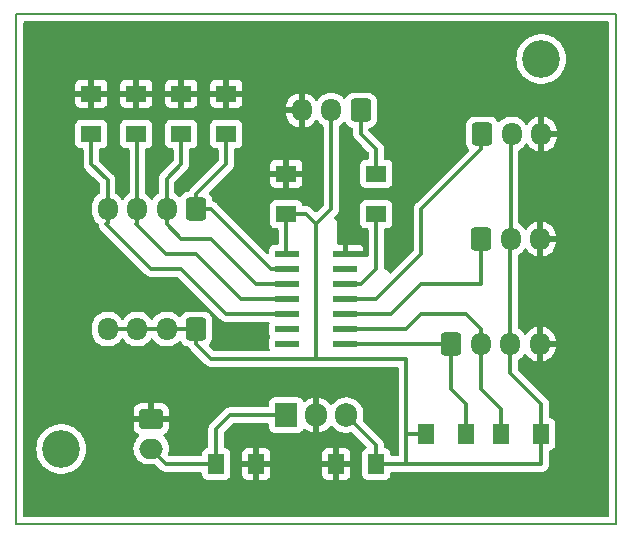
<source format=gbr>
%TF.GenerationSoftware,KiCad,Pcbnew,7.0.9*%
%TF.CreationDate,2024-01-24T09:53:58+01:00*%
%TF.ProjectId,Final_project,46696e61-6c5f-4707-926f-6a6563742e6b,1*%
%TF.SameCoordinates,Original*%
%TF.FileFunction,Copper,L1,Top*%
%TF.FilePolarity,Positive*%
%FSLAX46Y46*%
G04 Gerber Fmt 4.6, Leading zero omitted, Abs format (unit mm)*
G04 Created by KiCad (PCBNEW 7.0.9) date 2024-01-24 09:53:58*
%MOMM*%
%LPD*%
G01*
G04 APERTURE LIST*
G04 Aperture macros list*
%AMRoundRect*
0 Rectangle with rounded corners*
0 $1 Rounding radius*
0 $2 $3 $4 $5 $6 $7 $8 $9 X,Y pos of 4 corners*
0 Add a 4 corners polygon primitive as box body*
4,1,4,$2,$3,$4,$5,$6,$7,$8,$9,$2,$3,0*
0 Add four circle primitives for the rounded corners*
1,1,$1+$1,$2,$3*
1,1,$1+$1,$4,$5*
1,1,$1+$1,$6,$7*
1,1,$1+$1,$8,$9*
0 Add four rect primitives between the rounded corners*
20,1,$1+$1,$2,$3,$4,$5,0*
20,1,$1+$1,$4,$5,$6,$7,0*
20,1,$1+$1,$6,$7,$8,$9,0*
20,1,$1+$1,$8,$9,$2,$3,0*%
G04 Aperture macros list end*
%TA.AperFunction,NonConductor*%
%ADD10C,0.200000*%
%TD*%
%TA.AperFunction,ComponentPad*%
%ADD11RoundRect,0.250000X0.600000X0.725000X-0.600000X0.725000X-0.600000X-0.725000X0.600000X-0.725000X0*%
%TD*%
%TA.AperFunction,ComponentPad*%
%ADD12O,1.700000X1.950000*%
%TD*%
%TA.AperFunction,ComponentPad*%
%ADD13RoundRect,0.250000X-0.750000X0.600000X-0.750000X-0.600000X0.750000X-0.600000X0.750000X0.600000X0*%
%TD*%
%TA.AperFunction,ComponentPad*%
%ADD14O,2.000000X1.700000*%
%TD*%
%TA.AperFunction,SMDPad,CuDef*%
%ADD15R,1.400000X1.700000*%
%TD*%
%TA.AperFunction,ComponentPad*%
%ADD16RoundRect,0.250000X-0.600000X-0.725000X0.600000X-0.725000X0.600000X0.725000X-0.600000X0.725000X0*%
%TD*%
%TA.AperFunction,ComponentPad*%
%ADD17C,3.200000*%
%TD*%
%TA.AperFunction,ComponentPad*%
%ADD18R,1.905000X2.000000*%
%TD*%
%TA.AperFunction,ComponentPad*%
%ADD19O,1.905000X2.000000*%
%TD*%
%TA.AperFunction,SMDPad,CuDef*%
%ADD20R,2.000000X0.600000*%
%TD*%
%TA.AperFunction,SMDPad,CuDef*%
%ADD21R,1.700000X1.400000*%
%TD*%
%TA.AperFunction,Conductor*%
%ADD22C,0.300000*%
%TD*%
G04 APERTURE END LIST*
D10*
X78740000Y-100330000D02*
X129540000Y-100330000D01*
X129540000Y-143510000D01*
X78740000Y-143510000D01*
X78740000Y-100330000D01*
D11*
%TO.P,J1,1,Pin_1*%
%TO.N,PWR_5V*%
X93980000Y-127000000D03*
D12*
%TO.P,J1,2,Pin_2*%
X91480000Y-127000000D03*
%TO.P,J1,3,Pin_3*%
X88980000Y-127000000D03*
%TO.P,J1,4,Pin_4*%
X86480000Y-127000000D03*
%TD*%
D13*
%TO.P,J7,1,Pin_1*%
%TO.N,PWR_GND*%
X90170000Y-134620000D03*
D14*
%TO.P,J7,2,Pin_2*%
%TO.N,PWR_9V*%
X90170000Y-137120000D03*
%TD*%
D11*
%TO.P,J3,1,Pin_1*%
%TO.N,Net-(J3-Pin_1)*%
X107910000Y-108475000D03*
D12*
%TO.P,J3,2,Pin_2*%
%TO.N,PWR_5V*%
X105410000Y-108475000D03*
%TO.P,J3,3,Pin_3*%
%TO.N,PWR_GND*%
X102910000Y-108475000D03*
%TD*%
D15*
%TO.P,C3,1*%
%TO.N,PWR_5V*%
X109220000Y-138430000D03*
%TO.P,C3,2*%
%TO.N,PWR_GND*%
X105820000Y-138430000D03*
%TD*%
D16*
%TO.P,J5,1,Pin_1*%
%TO.N,Net-(J5-Pin_1)*%
X118110000Y-119380000D03*
D12*
%TO.P,J5,2,Pin_2*%
%TO.N,PWR_5V*%
X120610000Y-119380000D03*
%TO.P,J5,3,Pin_3*%
%TO.N,PWR_GND*%
X123110000Y-119380000D03*
%TD*%
D17*
%TO.P,,*%
%TO.N,*%
X82550000Y-137160000D03*
%TD*%
D18*
%TO.P,U2,1,VI*%
%TO.N,PWR_9V*%
X101600000Y-134295000D03*
D19*
%TO.P,U2,2,GND*%
%TO.N,PWR_GND*%
X104140000Y-134295000D03*
%TO.P,U2,3,VO*%
%TO.N,PWR_5V*%
X106680000Y-134295000D03*
%TD*%
D15*
%TO.P,R7,1*%
%TO.N,PWR_5V*%
X113440000Y-135890000D03*
%TO.P,R7,2*%
%TO.N,Net-(J6-Pin_1)*%
X116840000Y-135890000D03*
%TD*%
D17*
%TO.P,REF\u002A\u002A,*%
%TO.N,*%
X123190000Y-104140000D03*
%TD*%
D20*
%TO.P,U1,1,VCC*%
%TO.N,PWR_5V*%
X101665000Y-120650000D03*
%TO.P,U1,2,PA4*%
%TO.N,Net-(J2-Pin_1)*%
X101665000Y-121920000D03*
%TO.P,U1,3,PA5*%
%TO.N,Net-(J2-Pin_2)*%
X101665000Y-123190000D03*
%TO.P,U1,4,PA6/DAC*%
%TO.N,Net-(J2-Pin_3)*%
X101665000Y-124460000D03*
%TO.P,U1,5,PA7*%
%TO.N,Net-(J2-Pin_4)*%
X101665000Y-125730000D03*
%TO.P,U1,6,PB3/RXD*%
%TO.N,unconnected-(U1-PB3{slash}RXD-Pad6)*%
X101665000Y-127000000D03*
%TO.P,U1,7,PB2/TXD*%
%TO.N,unconnected-(U1-PB2{slash}TXD-Pad7)*%
X101665000Y-128270000D03*
%TO.P,U1,8,PB1/SDA*%
%TO.N,Net-(J6-Pin_1)*%
X106615000Y-128270000D03*
%TO.P,U1,9,PB0/SCL*%
%TO.N,Net-(J6-Pin_2)*%
X106615000Y-127000000D03*
%TO.P,U1,10,~{RESET}/UPDI/PA0*%
%TO.N,Net-(J5-Pin_1)*%
X106615000Y-125730000D03*
%TO.P,U1,11,PA1*%
%TO.N,Net-(J4-Pin_1)*%
X106615000Y-124460000D03*
%TO.P,U1,12,PA2*%
%TO.N,Net-(U1-PA2)*%
X106615000Y-123190000D03*
%TO.P,U1,13,PA3/SCK*%
%TO.N,unconnected-(U1-PA3{slash}SCK-Pad13)*%
X106615000Y-121920000D03*
%TO.P,U1,14,GND*%
%TO.N,PWR_GND*%
X106615000Y-120650000D03*
%TD*%
D21*
%TO.P,R4,1*%
%TO.N,PWR_GND*%
X92710000Y-107090000D03*
%TO.P,R4,2*%
%TO.N,Net-(J2-Pin_2)*%
X92710000Y-110490000D03*
%TD*%
%TO.P,R3,1*%
%TO.N,PWR_GND*%
X88900000Y-107090000D03*
%TO.P,R3,2*%
%TO.N,Net-(J2-Pin_3)*%
X88900000Y-110490000D03*
%TD*%
D16*
%TO.P,J4,1,Pin_1*%
%TO.N,Net-(J4-Pin_1)*%
X118190000Y-110490000D03*
D12*
%TO.P,J4,2,Pin_2*%
%TO.N,PWR_5V*%
X120690000Y-110490000D03*
%TO.P,J4,3,Pin_3*%
%TO.N,PWR_GND*%
X123190000Y-110490000D03*
%TD*%
D11*
%TO.P,J2,1,Pin_1*%
%TO.N,Net-(J2-Pin_1)*%
X93980000Y-116840000D03*
D12*
%TO.P,J2,2,Pin_2*%
%TO.N,Net-(J2-Pin_2)*%
X91480000Y-116840000D03*
%TO.P,J2,3,Pin_3*%
%TO.N,Net-(J2-Pin_3)*%
X88980000Y-116840000D03*
%TO.P,J2,4,Pin_4*%
%TO.N,Net-(J2-Pin_4)*%
X86480000Y-116840000D03*
%TD*%
D21*
%TO.P,R5,1*%
%TO.N,PWR_GND*%
X96520000Y-107090000D03*
%TO.P,R5,2*%
%TO.N,Net-(J2-Pin_1)*%
X96520000Y-110490000D03*
%TD*%
%TO.P,R2,1*%
%TO.N,PWR_GND*%
X85090000Y-107090000D03*
%TO.P,R2,2*%
%TO.N,Net-(J2-Pin_4)*%
X85090000Y-110490000D03*
%TD*%
D15*
%TO.P,R6,1*%
%TO.N,PWR_5V*%
X123190000Y-135890000D03*
%TO.P,R6,2*%
%TO.N,Net-(J6-Pin_2)*%
X119790000Y-135890000D03*
%TD*%
D21*
%TO.P,C4,1*%
%TO.N,PWR_GND*%
X101600000Y-113870000D03*
%TO.P,C4,2*%
%TO.N,PWR_5V*%
X101600000Y-117270000D03*
%TD*%
D15*
%TO.P,C2,1*%
%TO.N,PWR_9V*%
X95660000Y-138430000D03*
%TO.P,C2,2*%
%TO.N,PWR_GND*%
X99060000Y-138430000D03*
%TD*%
D21*
%TO.P,R1,1*%
%TO.N,Net-(U1-PA2)*%
X109220000Y-117270000D03*
%TO.P,R1,2*%
%TO.N,Net-(J3-Pin_1)*%
X109220000Y-113870000D03*
%TD*%
D16*
%TO.P,J6,1,Pin_1*%
%TO.N,Net-(J6-Pin_1)*%
X115570000Y-128270000D03*
D12*
%TO.P,J6,2,Pin_2*%
%TO.N,Net-(J6-Pin_2)*%
X118070000Y-128270000D03*
%TO.P,J6,3,Pin_3*%
%TO.N,PWR_5V*%
X120570000Y-128270000D03*
%TO.P,J6,4,Pin_4*%
%TO.N,PWR_GND*%
X123070000Y-128270000D03*
%TD*%
D22*
%TO.N,PWR_9V*%
X95660000Y-135480000D02*
X96845000Y-134295000D01*
X91440000Y-138430000D02*
X95660000Y-138430000D01*
X96845000Y-134295000D02*
X101600000Y-134295000D01*
X90170000Y-137160000D02*
X91440000Y-138430000D01*
X95660000Y-138430000D02*
X95660000Y-135480000D01*
%TO.N,PWR_5V*%
X86480000Y-127000000D02*
X93980000Y-127000000D01*
X105410000Y-116840000D02*
X105410000Y-108475000D01*
X111760000Y-129540000D02*
X104140000Y-129540000D01*
X120570000Y-119420000D02*
X120610000Y-119380000D01*
X104140000Y-118110000D02*
X103300000Y-117270000D01*
X123190000Y-138430000D02*
X123190000Y-135890000D01*
X109220000Y-138430000D02*
X111760000Y-138430000D01*
X120570000Y-130730000D02*
X120570000Y-128270000D01*
X104140000Y-118110000D02*
X104140000Y-129540000D01*
X101600000Y-120585000D02*
X101665000Y-120650000D01*
X123190000Y-135890000D02*
X123190000Y-133350000D01*
X106680000Y-134295000D02*
X109220000Y-136835000D01*
X95250000Y-129540000D02*
X93980000Y-128270000D01*
X103300000Y-117270000D02*
X101600000Y-117270000D01*
X111760000Y-138430000D02*
X111760000Y-135890000D01*
X120570000Y-128270000D02*
X120570000Y-119420000D01*
X111760000Y-138430000D02*
X123190000Y-138430000D01*
X104140000Y-129540000D02*
X95250000Y-129540000D01*
X93980000Y-128270000D02*
X93980000Y-127000000D01*
X104140000Y-118110000D02*
X105410000Y-116840000D01*
X109220000Y-136835000D02*
X109220000Y-138430000D01*
X111760000Y-135890000D02*
X113440000Y-135890000D01*
X101600000Y-117270000D02*
X101600000Y-120585000D01*
X123190000Y-133350000D02*
X120570000Y-130730000D01*
X111760000Y-135890000D02*
X111760000Y-129540000D01*
X120610000Y-119380000D02*
X120610000Y-110490000D01*
%TO.N,Net-(U1-PA2)*%
X106615000Y-123190000D02*
X107950000Y-123190000D01*
X107950000Y-123190000D02*
X109220000Y-121920000D01*
X109220000Y-121920000D02*
X109220000Y-117270000D01*
%TO.N,Net-(J2-Pin_1)*%
X93980000Y-116840000D02*
X93980000Y-115570000D01*
X93980000Y-115570000D02*
X96520000Y-113030000D01*
X101665000Y-121920000D02*
X100330000Y-121920000D01*
X96520000Y-113030000D02*
X96520000Y-110490000D01*
X100330000Y-121920000D02*
X95250000Y-116840000D01*
X95250000Y-116840000D02*
X93980000Y-116840000D01*
%TO.N,Net-(J2-Pin_2)*%
X101665000Y-123190000D02*
X99060000Y-123190000D01*
X99060000Y-123190000D02*
X95250000Y-119380000D01*
X92710000Y-113030000D02*
X92710000Y-110490000D01*
X91480000Y-116840000D02*
X91480000Y-114260000D01*
X91480000Y-118150000D02*
X91480000Y-116840000D01*
X91480000Y-114260000D02*
X92710000Y-113030000D01*
X95250000Y-119380000D02*
X92710000Y-119380000D01*
X92710000Y-119380000D02*
X91480000Y-118150000D01*
%TO.N,Net-(J2-Pin_3)*%
X101665000Y-124460000D02*
X97790000Y-124460000D01*
X97790000Y-124460000D02*
X93980000Y-120650000D01*
X88900000Y-118110000D02*
X88980000Y-118030000D01*
X91440000Y-120650000D02*
X88900000Y-118110000D01*
X88980000Y-118030000D02*
X88980000Y-116840000D01*
X88980000Y-110570000D02*
X88900000Y-110490000D01*
X93980000Y-120650000D02*
X91440000Y-120650000D01*
X88980000Y-116840000D02*
X88980000Y-110570000D01*
%TO.N,Net-(J2-Pin_4)*%
X86480000Y-116840000D02*
X86480000Y-114420000D01*
X86360000Y-118110000D02*
X86480000Y-117990000D01*
X92710000Y-121920000D02*
X90170000Y-121920000D01*
X90170000Y-121920000D02*
X86360000Y-118110000D01*
X86480000Y-117990000D02*
X86480000Y-116840000D01*
X96520000Y-125730000D02*
X92710000Y-121920000D01*
X86480000Y-114420000D02*
X85090000Y-113030000D01*
X101665000Y-125730000D02*
X96520000Y-125730000D01*
X85090000Y-113030000D02*
X85090000Y-110490000D01*
%TO.N,Net-(J3-Pin_1)*%
X107910000Y-110450000D02*
X107910000Y-108475000D01*
X109220000Y-113870000D02*
X109220000Y-111760000D01*
X109220000Y-111760000D02*
X107910000Y-110450000D01*
%TO.N,Net-(J4-Pin_1)*%
X106615000Y-124460000D02*
X109220000Y-124460000D01*
X113030000Y-120650000D02*
X113030000Y-116840000D01*
X118110000Y-111760000D02*
X118110000Y-110490000D01*
X109220000Y-124460000D02*
X113030000Y-120650000D01*
X113030000Y-116840000D02*
X118110000Y-111760000D01*
%TO.N,Net-(J5-Pin_1)*%
X106615000Y-125730000D02*
X110490000Y-125730000D01*
X118110000Y-123190000D02*
X118110000Y-119380000D01*
X110490000Y-125730000D02*
X113030000Y-123190000D01*
X113030000Y-123190000D02*
X118110000Y-123190000D01*
%TO.N,Net-(J6-Pin_1)*%
X116840000Y-135890000D02*
X116840000Y-133350000D01*
X116840000Y-133350000D02*
X115570000Y-132080000D01*
X115570000Y-132080000D02*
X115570000Y-128270000D01*
X106615000Y-128270000D02*
X115570000Y-128270000D01*
%TO.N,Net-(J6-Pin_2)*%
X113030000Y-125730000D02*
X116840000Y-125730000D01*
X116840000Y-125730000D02*
X118110000Y-127000000D01*
X119790000Y-135890000D02*
X119790000Y-133760000D01*
X118070000Y-132040000D02*
X118070000Y-128270000D01*
X106615000Y-127000000D02*
X111760000Y-127000000D01*
X118070000Y-127040000D02*
X118070000Y-128270000D01*
X111760000Y-127000000D02*
X113030000Y-125730000D01*
X119790000Y-133760000D02*
X118070000Y-132040000D01*
X118110000Y-127000000D02*
X118070000Y-127040000D01*
%TD*%
%TA.AperFunction,Conductor*%
%TO.N,PWR_GND*%
G36*
X128882539Y-100950185D02*
G01*
X128928294Y-101002989D01*
X128939500Y-101054500D01*
X128939500Y-142785500D01*
X128919815Y-142852539D01*
X128867011Y-142898294D01*
X128815500Y-142909500D01*
X79464500Y-142909500D01*
X79397461Y-142889815D01*
X79351706Y-142837011D01*
X79340500Y-142785500D01*
X79340500Y-137160000D01*
X80444592Y-137160000D01*
X80464201Y-137446680D01*
X80522666Y-137728034D01*
X80522667Y-137728037D01*
X80618894Y-137998793D01*
X80618893Y-137998793D01*
X80751098Y-138253935D01*
X80916812Y-138488700D01*
X80992823Y-138570087D01*
X81112947Y-138698708D01*
X81335853Y-138880055D01*
X81571352Y-139023266D01*
X81581382Y-139029365D01*
X81768237Y-139110526D01*
X81844942Y-139143844D01*
X82121642Y-139221371D01*
X82371920Y-139255771D01*
X82406321Y-139260500D01*
X82406322Y-139260500D01*
X82693679Y-139260500D01*
X82724370Y-139256281D01*
X82978358Y-139221371D01*
X83255058Y-139143844D01*
X83389737Y-139085345D01*
X83518617Y-139029365D01*
X83518620Y-139029363D01*
X83518625Y-139029361D01*
X83764147Y-138880055D01*
X83987053Y-138698708D01*
X84183189Y-138488698D01*
X84348901Y-138253936D01*
X84481104Y-137998797D01*
X84577334Y-137728032D01*
X84635798Y-137446686D01*
X84655408Y-137160000D01*
X84635798Y-136873314D01*
X84577334Y-136591968D01*
X84481105Y-136321206D01*
X84481106Y-136321206D01*
X84348901Y-136066064D01*
X84183187Y-135831299D01*
X84049676Y-135688345D01*
X83987053Y-135621292D01*
X83764147Y-135439945D01*
X83764146Y-135439944D01*
X83518617Y-135290634D01*
X83255063Y-135176158D01*
X83255061Y-135176157D01*
X83255058Y-135176156D01*
X83088411Y-135129464D01*
X82978364Y-135098630D01*
X82978359Y-135098629D01*
X82978358Y-135098629D01*
X82836018Y-135079064D01*
X82693679Y-135059500D01*
X82693678Y-135059500D01*
X82406322Y-135059500D01*
X82406321Y-135059500D01*
X82121642Y-135098629D01*
X82121635Y-135098630D01*
X81913861Y-135156845D01*
X81844942Y-135176156D01*
X81844939Y-135176156D01*
X81844936Y-135176158D01*
X81844935Y-135176158D01*
X81581382Y-135290634D01*
X81335853Y-135439944D01*
X81112950Y-135621289D01*
X80916812Y-135831299D01*
X80751098Y-136066064D01*
X80618894Y-136321206D01*
X80522667Y-136591962D01*
X80522666Y-136591965D01*
X80464201Y-136873319D01*
X80444592Y-137160000D01*
X79340500Y-137160000D01*
X79340500Y-111237870D01*
X83739500Y-111237870D01*
X83739501Y-111237876D01*
X83745908Y-111297483D01*
X83796202Y-111432328D01*
X83796206Y-111432335D01*
X83882452Y-111547544D01*
X83882455Y-111547547D01*
X83997664Y-111633793D01*
X83997671Y-111633797D01*
X84042618Y-111650561D01*
X84132517Y-111684091D01*
X84192127Y-111690500D01*
X84315500Y-111690499D01*
X84382539Y-111710183D01*
X84428294Y-111762987D01*
X84439500Y-111814499D01*
X84439500Y-112944494D01*
X84437732Y-112960505D01*
X84437974Y-112960528D01*
X84437240Y-112968294D01*
X84439500Y-113040203D01*
X84439500Y-113070920D01*
X84439501Y-113070940D01*
X84440418Y-113078206D01*
X84440876Y-113084024D01*
X84442402Y-113132567D01*
X84442403Y-113132570D01*
X84448323Y-113152948D01*
X84452268Y-113171996D01*
X84454928Y-113193054D01*
X84454931Y-113193064D01*
X84472813Y-113238230D01*
X84474705Y-113243758D01*
X84488254Y-113290395D01*
X84488255Y-113290397D01*
X84499060Y-113308666D01*
X84507617Y-113326134D01*
X84513226Y-113340300D01*
X84515432Y-113345872D01*
X84543983Y-113385170D01*
X84547188Y-113390049D01*
X84571919Y-113431865D01*
X84571923Y-113431869D01*
X84586925Y-113446871D01*
X84599563Y-113461669D01*
X84612033Y-113478833D01*
X84612036Y-113478836D01*
X84612037Y-113478837D01*
X84649476Y-113509809D01*
X84653776Y-113513722D01*
X85244179Y-114104125D01*
X85793181Y-114653127D01*
X85826666Y-114714450D01*
X85829500Y-114740808D01*
X85829500Y-115457278D01*
X85809815Y-115524317D01*
X85776623Y-115558853D01*
X85608597Y-115676505D01*
X85441505Y-115843597D01*
X85305965Y-116037169D01*
X85305964Y-116037171D01*
X85206098Y-116251335D01*
X85206094Y-116251344D01*
X85144938Y-116479586D01*
X85144936Y-116479596D01*
X85129500Y-116656034D01*
X85129500Y-117023966D01*
X85144936Y-117200403D01*
X85144938Y-117200413D01*
X85206094Y-117428655D01*
X85206096Y-117428659D01*
X85206097Y-117428663D01*
X85225524Y-117470323D01*
X85305964Y-117642828D01*
X85305965Y-117642830D01*
X85441505Y-117836402D01*
X85608597Y-118003494D01*
X85655829Y-118036566D01*
X85699454Y-118091143D01*
X85708156Y-118126472D01*
X85710279Y-118148933D01*
X85710524Y-118152820D01*
X85712402Y-118212570D01*
X85714905Y-118221185D01*
X85719275Y-118244091D01*
X85720120Y-118253025D01*
X85720120Y-118253028D01*
X85727292Y-118272948D01*
X85740373Y-118309282D01*
X85741571Y-118312968D01*
X85758254Y-118370393D01*
X85758257Y-118370401D01*
X85762819Y-118378114D01*
X85772756Y-118399230D01*
X85775793Y-118407667D01*
X85775794Y-118407669D01*
X85809389Y-118457102D01*
X85811476Y-118460390D01*
X85840847Y-118510053D01*
X85841919Y-118511865D01*
X85848260Y-118518206D01*
X85863136Y-118536188D01*
X85868172Y-118543598D01*
X85868176Y-118543603D01*
X85913022Y-118583140D01*
X85915845Y-118585791D01*
X87865246Y-120535192D01*
X89649564Y-122319510D01*
X89659635Y-122332080D01*
X89659822Y-122331926D01*
X89664796Y-122337937D01*
X89664798Y-122337940D01*
X89693345Y-122364748D01*
X89717243Y-122387190D01*
X89738966Y-122408912D01*
X89744758Y-122413405D01*
X89749198Y-122417198D01*
X89765260Y-122432280D01*
X89784607Y-122450448D01*
X89803198Y-122460668D01*
X89819463Y-122471352D01*
X89836234Y-122484361D01*
X89836237Y-122484363D01*
X89880827Y-122503658D01*
X89886056Y-122506220D01*
X89928632Y-122529627D01*
X89949193Y-122534905D01*
X89967597Y-122541207D01*
X89987074Y-122549636D01*
X90024927Y-122555630D01*
X90035054Y-122557235D01*
X90040764Y-122558417D01*
X90087823Y-122570500D01*
X90109045Y-122570500D01*
X90128442Y-122572026D01*
X90149405Y-122575347D01*
X90197772Y-122570774D01*
X90203609Y-122570500D01*
X92389192Y-122570500D01*
X92456231Y-122590185D01*
X92476873Y-122606819D01*
X95999564Y-126129510D01*
X96009635Y-126142080D01*
X96009822Y-126141926D01*
X96014796Y-126147937D01*
X96014798Y-126147940D01*
X96036460Y-126168282D01*
X96067243Y-126197190D01*
X96088966Y-126218912D01*
X96094758Y-126223405D01*
X96099198Y-126227198D01*
X96115260Y-126242280D01*
X96134607Y-126260448D01*
X96153198Y-126270668D01*
X96169463Y-126281352D01*
X96181498Y-126290687D01*
X96186237Y-126294363D01*
X96230827Y-126313658D01*
X96236056Y-126316220D01*
X96278632Y-126339627D01*
X96299193Y-126344905D01*
X96317597Y-126351207D01*
X96337074Y-126359636D01*
X96374927Y-126365630D01*
X96385054Y-126367235D01*
X96390764Y-126368417D01*
X96437823Y-126380500D01*
X96459045Y-126380500D01*
X96478442Y-126382026D01*
X96499405Y-126385347D01*
X96547772Y-126380774D01*
X96553609Y-126380500D01*
X100071393Y-126380500D01*
X100138432Y-126400185D01*
X100184187Y-126452989D01*
X100194131Y-126522147D01*
X100187575Y-126547833D01*
X100174270Y-126583507D01*
X100170909Y-126592517D01*
X100164500Y-126652127D01*
X100164500Y-126652134D01*
X100164500Y-126652135D01*
X100164500Y-127347870D01*
X100164501Y-127347876D01*
X100170908Y-127407483D01*
X100221202Y-127542328D01*
X100221205Y-127542334D01*
X100234947Y-127560691D01*
X100259363Y-127626156D01*
X100244510Y-127694429D01*
X100234947Y-127709309D01*
X100221205Y-127727665D01*
X100221202Y-127727671D01*
X100170910Y-127862513D01*
X100170909Y-127862517D01*
X100164500Y-127922127D01*
X100164500Y-127922134D01*
X100164500Y-127922135D01*
X100164500Y-128617870D01*
X100164501Y-128617876D01*
X100170908Y-128677483D01*
X100187575Y-128722167D01*
X100192559Y-128791858D01*
X100159074Y-128853181D01*
X100097751Y-128886666D01*
X100071393Y-128889500D01*
X95570808Y-128889500D01*
X95503769Y-128869815D01*
X95483127Y-128853181D01*
X95085838Y-128455892D01*
X95052353Y-128394569D01*
X95057337Y-128324877D01*
X95085838Y-128280530D01*
X95172712Y-128193656D01*
X95264814Y-128044334D01*
X95319999Y-127877797D01*
X95330500Y-127775009D01*
X95330499Y-126224992D01*
X95328759Y-126207963D01*
X95319999Y-126122203D01*
X95319998Y-126122200D01*
X95280697Y-126003599D01*
X95264814Y-125955666D01*
X95172712Y-125806344D01*
X95048656Y-125682288D01*
X94955888Y-125625069D01*
X94899336Y-125590187D01*
X94899331Y-125590185D01*
X94897862Y-125589698D01*
X94732797Y-125535001D01*
X94732795Y-125535000D01*
X94630010Y-125524500D01*
X93329998Y-125524500D01*
X93329981Y-125524501D01*
X93227203Y-125535000D01*
X93227200Y-125535001D01*
X93060668Y-125590185D01*
X93060663Y-125590187D01*
X92911342Y-125682289D01*
X92787289Y-125806342D01*
X92691821Y-125961121D01*
X92639873Y-126007845D01*
X92570910Y-126019068D01*
X92506828Y-125991224D01*
X92498601Y-125983705D01*
X92351402Y-125836506D01*
X92351395Y-125836501D01*
X92157834Y-125700967D01*
X92157830Y-125700965D01*
X92117777Y-125682288D01*
X91943663Y-125601097D01*
X91943659Y-125601096D01*
X91943655Y-125601094D01*
X91715413Y-125539938D01*
X91715403Y-125539936D01*
X91480001Y-125519341D01*
X91479999Y-125519341D01*
X91244596Y-125539936D01*
X91244586Y-125539938D01*
X91016344Y-125601094D01*
X91016335Y-125601098D01*
X90802171Y-125700964D01*
X90802169Y-125700965D01*
X90608597Y-125836505D01*
X90441505Y-126003597D01*
X90331575Y-126160595D01*
X90276998Y-126204220D01*
X90207500Y-126211414D01*
X90145145Y-126179891D01*
X90128425Y-126160595D01*
X90018494Y-126003597D01*
X89851402Y-125836506D01*
X89851395Y-125836501D01*
X89657834Y-125700967D01*
X89657830Y-125700965D01*
X89617777Y-125682288D01*
X89443663Y-125601097D01*
X89443659Y-125601096D01*
X89443655Y-125601094D01*
X89215413Y-125539938D01*
X89215403Y-125539936D01*
X88980001Y-125519341D01*
X88979999Y-125519341D01*
X88744596Y-125539936D01*
X88744586Y-125539938D01*
X88516344Y-125601094D01*
X88516335Y-125601098D01*
X88302171Y-125700964D01*
X88302169Y-125700965D01*
X88108597Y-125836505D01*
X87941505Y-126003597D01*
X87831575Y-126160595D01*
X87776998Y-126204220D01*
X87707500Y-126211414D01*
X87645145Y-126179891D01*
X87628425Y-126160595D01*
X87518494Y-126003597D01*
X87351402Y-125836506D01*
X87351395Y-125836501D01*
X87157834Y-125700967D01*
X87157830Y-125700965D01*
X87117777Y-125682288D01*
X86943663Y-125601097D01*
X86943659Y-125601096D01*
X86943655Y-125601094D01*
X86715413Y-125539938D01*
X86715403Y-125539936D01*
X86480001Y-125519341D01*
X86479999Y-125519341D01*
X86244596Y-125539936D01*
X86244586Y-125539938D01*
X86016344Y-125601094D01*
X86016335Y-125601098D01*
X85802171Y-125700964D01*
X85802169Y-125700965D01*
X85608597Y-125836505D01*
X85441505Y-126003597D01*
X85305965Y-126197169D01*
X85305964Y-126197171D01*
X85206098Y-126411335D01*
X85206094Y-126411344D01*
X85144938Y-126639586D01*
X85144936Y-126639596D01*
X85129500Y-126816034D01*
X85129500Y-127183966D01*
X85144936Y-127360403D01*
X85144938Y-127360413D01*
X85206094Y-127588655D01*
X85206096Y-127588659D01*
X85206097Y-127588663D01*
X85249312Y-127681337D01*
X85305964Y-127802828D01*
X85305965Y-127802830D01*
X85441505Y-127996402D01*
X85531138Y-128086034D01*
X85608599Y-128163495D01*
X85705384Y-128231265D01*
X85802165Y-128299032D01*
X85802167Y-128299033D01*
X85802170Y-128299035D01*
X86016337Y-128398903D01*
X86244592Y-128460063D01*
X86421034Y-128475500D01*
X86479999Y-128480659D01*
X86480000Y-128480659D01*
X86480001Y-128480659D01*
X86538966Y-128475500D01*
X86715408Y-128460063D01*
X86943663Y-128398903D01*
X87157829Y-128299035D01*
X87351401Y-128163495D01*
X87518495Y-127996401D01*
X87628425Y-127839403D01*
X87683002Y-127795779D01*
X87752500Y-127788585D01*
X87814855Y-127820108D01*
X87831575Y-127839404D01*
X87941505Y-127996402D01*
X88031138Y-128086034D01*
X88108599Y-128163495D01*
X88205384Y-128231265D01*
X88302165Y-128299032D01*
X88302167Y-128299033D01*
X88302170Y-128299035D01*
X88516337Y-128398903D01*
X88744592Y-128460063D01*
X88921034Y-128475500D01*
X88979999Y-128480659D01*
X88980000Y-128480659D01*
X88980001Y-128480659D01*
X89038966Y-128475500D01*
X89215408Y-128460063D01*
X89443663Y-128398903D01*
X89657829Y-128299035D01*
X89851401Y-128163495D01*
X90018495Y-127996401D01*
X90128425Y-127839403D01*
X90183002Y-127795779D01*
X90252500Y-127788585D01*
X90314855Y-127820108D01*
X90331575Y-127839404D01*
X90441505Y-127996402D01*
X90531138Y-128086034D01*
X90608599Y-128163495D01*
X90705384Y-128231265D01*
X90802165Y-128299032D01*
X90802167Y-128299033D01*
X90802170Y-128299035D01*
X91016337Y-128398903D01*
X91244592Y-128460063D01*
X91421034Y-128475500D01*
X91479999Y-128480659D01*
X91480000Y-128480659D01*
X91480001Y-128480659D01*
X91538966Y-128475500D01*
X91715408Y-128460063D01*
X91943663Y-128398903D01*
X92157829Y-128299035D01*
X92351401Y-128163495D01*
X92498602Y-128016293D01*
X92559924Y-127982810D01*
X92629615Y-127987794D01*
X92685549Y-128029665D01*
X92691821Y-128038879D01*
X92737328Y-128112658D01*
X92787288Y-128193656D01*
X92911344Y-128317712D01*
X93060666Y-128409814D01*
X93227203Y-128464999D01*
X93284536Y-128470856D01*
X93349228Y-128497252D01*
X93378663Y-128531088D01*
X93389058Y-128548663D01*
X93397617Y-128566134D01*
X93403226Y-128580300D01*
X93405432Y-128585872D01*
X93433983Y-128625170D01*
X93437188Y-128630049D01*
X93461919Y-128671865D01*
X93461923Y-128671869D01*
X93476925Y-128686871D01*
X93489563Y-128701669D01*
X93502033Y-128718833D01*
X93502036Y-128718836D01*
X93502037Y-128718837D01*
X93539476Y-128749809D01*
X93543776Y-128753722D01*
X94166993Y-129376939D01*
X94729564Y-129939510D01*
X94739635Y-129952080D01*
X94739822Y-129951926D01*
X94744796Y-129957937D01*
X94744798Y-129957940D01*
X94773345Y-129984748D01*
X94797243Y-130007190D01*
X94818967Y-130028913D01*
X94824757Y-130033405D01*
X94829197Y-130037197D01*
X94858498Y-130064711D01*
X94864607Y-130070448D01*
X94864609Y-130070449D01*
X94883205Y-130080672D01*
X94899470Y-130091357D01*
X94916232Y-130104360D01*
X94916235Y-130104361D01*
X94916236Y-130104362D01*
X94960823Y-130123656D01*
X94966059Y-130126221D01*
X95008632Y-130149627D01*
X95024340Y-130153659D01*
X95029186Y-130154904D01*
X95047598Y-130161207D01*
X95067073Y-130169635D01*
X95115071Y-130177237D01*
X95120740Y-130178411D01*
X95167823Y-130190500D01*
X95189051Y-130190500D01*
X95208448Y-130192026D01*
X95229403Y-130195345D01*
X95229404Y-130195346D01*
X95229404Y-130195345D01*
X95229405Y-130195346D01*
X95277761Y-130190775D01*
X95283599Y-130190500D01*
X104057823Y-130190500D01*
X104066790Y-130190500D01*
X104090022Y-130192696D01*
X104091706Y-130193017D01*
X104098830Y-130194376D01*
X104158508Y-130190621D01*
X104162381Y-130190500D01*
X110985500Y-130190500D01*
X111052539Y-130210185D01*
X111098294Y-130262989D01*
X111109500Y-130314500D01*
X111109500Y-135816789D01*
X111107304Y-135840020D01*
X111105624Y-135848826D01*
X111105624Y-135848830D01*
X111109378Y-135908507D01*
X111109500Y-135912380D01*
X111109500Y-137655500D01*
X111089815Y-137722539D01*
X111037011Y-137768294D01*
X110985500Y-137779500D01*
X110544499Y-137779500D01*
X110477460Y-137759815D01*
X110431705Y-137707011D01*
X110420499Y-137655500D01*
X110420499Y-137532129D01*
X110420498Y-137532123D01*
X110420497Y-137532116D01*
X110414091Y-137472517D01*
X110404454Y-137446680D01*
X110363797Y-137337671D01*
X110363793Y-137337664D01*
X110277547Y-137222455D01*
X110277544Y-137222452D01*
X110162335Y-137136206D01*
X110162328Y-137136202D01*
X110027483Y-137085908D01*
X109981243Y-137080937D01*
X109916693Y-137054199D01*
X109876845Y-136996806D01*
X109870500Y-136957648D01*
X109870500Y-136920501D01*
X109872268Y-136904488D01*
X109872026Y-136904466D01*
X109872758Y-136896710D01*
X109872760Y-136896703D01*
X109870500Y-136824795D01*
X109870500Y-136794075D01*
X109869579Y-136786788D01*
X109869122Y-136780979D01*
X109867597Y-136732430D01*
X109861676Y-136712052D01*
X109857731Y-136693003D01*
X109855071Y-136671942D01*
X109837186Y-136626772D01*
X109835297Y-136621252D01*
X109826789Y-136591968D01*
X109821744Y-136574601D01*
X109810939Y-136556332D01*
X109802379Y-136538858D01*
X109801351Y-136536262D01*
X109794568Y-136519129D01*
X109766014Y-136479828D01*
X109762810Y-136474950D01*
X109743423Y-136442169D01*
X109738081Y-136433135D01*
X109723075Y-136418129D01*
X109710435Y-136403330D01*
X109697961Y-136386160D01*
X109660528Y-136355194D01*
X109656206Y-136351260D01*
X108121305Y-134816359D01*
X108087820Y-134755036D01*
X108088780Y-134698238D01*
X108114618Y-134596206D01*
X108118095Y-134582476D01*
X108133000Y-134402600D01*
X108133000Y-134187400D01*
X108118095Y-134007524D01*
X108058983Y-133774095D01*
X107962255Y-133553578D01*
X107830551Y-133351990D01*
X107667463Y-133174829D01*
X107512039Y-133053858D01*
X107477441Y-133026929D01*
X107265665Y-132912321D01*
X107265656Y-132912318D01*
X107037916Y-132834134D01*
X106838800Y-132800908D01*
X106800399Y-132794500D01*
X106559601Y-132794500D01*
X106521200Y-132800908D01*
X106322083Y-132834134D01*
X106094343Y-132912318D01*
X106094334Y-132912321D01*
X105882558Y-133026929D01*
X105786195Y-133101932D01*
X105692537Y-133174829D01*
X105692534Y-133174831D01*
X105692534Y-133174832D01*
X105529450Y-133351988D01*
X105529446Y-133351994D01*
X105513507Y-133376389D01*
X105460359Y-133421744D01*
X105391127Y-133431165D01*
X105327793Y-133401661D01*
X105305892Y-133376385D01*
X105290154Y-133352296D01*
X105127126Y-133175202D01*
X105127116Y-133175193D01*
X104937168Y-133027350D01*
X104937159Y-133027344D01*
X104725468Y-132912784D01*
X104725454Y-132912778D01*
X104497791Y-132834619D01*
X104390000Y-132816633D01*
X104390000Y-133803316D01*
X104361181Y-133785791D01*
X104215596Y-133745000D01*
X104102378Y-133745000D01*
X103990217Y-133760416D01*
X103890000Y-133803946D01*
X103890000Y-132816633D01*
X103889999Y-132816633D01*
X103782208Y-132834619D01*
X103554545Y-132912778D01*
X103554531Y-132912784D01*
X103342840Y-133027344D01*
X103342838Y-133027345D01*
X103200252Y-133138325D01*
X103135258Y-133163967D01*
X103066718Y-133150400D01*
X103016393Y-133101932D01*
X103007907Y-133083801D01*
X102996297Y-133052671D01*
X102996293Y-133052664D01*
X102910047Y-132937455D01*
X102910044Y-132937452D01*
X102794835Y-132851206D01*
X102794828Y-132851202D01*
X102659982Y-132800908D01*
X102659983Y-132800908D01*
X102600383Y-132794501D01*
X102600381Y-132794500D01*
X102600373Y-132794500D01*
X102600364Y-132794500D01*
X100599629Y-132794500D01*
X100599623Y-132794501D01*
X100540016Y-132800908D01*
X100405171Y-132851202D01*
X100405164Y-132851206D01*
X100289955Y-132937452D01*
X100289952Y-132937455D01*
X100203706Y-133052664D01*
X100203702Y-133052671D01*
X100153408Y-133187517D01*
X100147001Y-133247116D01*
X100147000Y-133247135D01*
X100147000Y-133520500D01*
X100127315Y-133587539D01*
X100074511Y-133633294D01*
X100023000Y-133644500D01*
X96930505Y-133644500D01*
X96914494Y-133642732D01*
X96914472Y-133642974D01*
X96906705Y-133642240D01*
X96906704Y-133642240D01*
X96834797Y-133644500D01*
X96804075Y-133644500D01*
X96804071Y-133644500D01*
X96804061Y-133644501D01*
X96796793Y-133645419D01*
X96790976Y-133645876D01*
X96742436Y-133647402D01*
X96742425Y-133647404D01*
X96722049Y-133653323D01*
X96703008Y-133657266D01*
X96681953Y-133659926D01*
X96681937Y-133659930D01*
X96636771Y-133677812D01*
X96631244Y-133679704D01*
X96584599Y-133693256D01*
X96566327Y-133704062D01*
X96548861Y-133712619D01*
X96529128Y-133720432D01*
X96489830Y-133748983D01*
X96484953Y-133752186D01*
X96471281Y-133760272D01*
X96443132Y-133776920D01*
X96428126Y-133791926D01*
X96413336Y-133804558D01*
X96396167Y-133817032D01*
X96396165Y-133817034D01*
X96365194Y-133854470D01*
X96361262Y-133858791D01*
X95260483Y-134959569D01*
X95247910Y-134969643D01*
X95248065Y-134969830D01*
X95242059Y-134974798D01*
X95225779Y-134992135D01*
X95192809Y-135027244D01*
X95181949Y-135038104D01*
X95171088Y-135048965D01*
X95171078Y-135048977D01*
X95166587Y-135054765D01*
X95162801Y-135059197D01*
X95129552Y-135094606D01*
X95119322Y-135113213D01*
X95108646Y-135129464D01*
X95095640Y-135146232D01*
X95095636Y-135146238D01*
X95076348Y-135190811D01*
X95073777Y-135196058D01*
X95050372Y-135238630D01*
X95050372Y-135238631D01*
X95045091Y-135259199D01*
X95038791Y-135277601D01*
X95030364Y-135297073D01*
X95022766Y-135345047D01*
X95021581Y-135350770D01*
X95009500Y-135397818D01*
X95009500Y-135419044D01*
X95007973Y-135438444D01*
X95004653Y-135459403D01*
X95009225Y-135507767D01*
X95009500Y-135513606D01*
X95009500Y-136957648D01*
X94989815Y-137024687D01*
X94937011Y-137070442D01*
X94898755Y-137080938D01*
X94852516Y-137085909D01*
X94717671Y-137136202D01*
X94717664Y-137136206D01*
X94602455Y-137222452D01*
X94602452Y-137222455D01*
X94516206Y-137337664D01*
X94516202Y-137337671D01*
X94465908Y-137472517D01*
X94459501Y-137532116D01*
X94459501Y-137532123D01*
X94459500Y-137532135D01*
X94459500Y-137655500D01*
X94439815Y-137722539D01*
X94387011Y-137768294D01*
X94335500Y-137779500D01*
X91760808Y-137779500D01*
X91693769Y-137759815D01*
X91673127Y-137743181D01*
X91627558Y-137697612D01*
X91594073Y-137636289D01*
X91595464Y-137577838D01*
X91610098Y-137523218D01*
X91655063Y-137355408D01*
X91675659Y-137120000D01*
X91673694Y-137097546D01*
X91669902Y-137054199D01*
X91655063Y-136884592D01*
X91593903Y-136656337D01*
X91494035Y-136442171D01*
X91494034Y-136442169D01*
X91358494Y-136248597D01*
X91210932Y-136101035D01*
X91177447Y-136039712D01*
X91182431Y-135970020D01*
X91224303Y-135914087D01*
X91233516Y-135907815D01*
X91388345Y-135812315D01*
X91512315Y-135688345D01*
X91604356Y-135539124D01*
X91604358Y-135539119D01*
X91659505Y-135372697D01*
X91659506Y-135372690D01*
X91669999Y-135269986D01*
X91670000Y-135269971D01*
X91670000Y-134870000D01*
X90603686Y-134870000D01*
X90629493Y-134829844D01*
X90670000Y-134691889D01*
X90670000Y-134548111D01*
X90629493Y-134410156D01*
X90603686Y-134370000D01*
X91669999Y-134370000D01*
X91669999Y-133970028D01*
X91669998Y-133970013D01*
X91659505Y-133867302D01*
X91604358Y-133700880D01*
X91604356Y-133700875D01*
X91512315Y-133551654D01*
X91388345Y-133427684D01*
X91239124Y-133335643D01*
X91239119Y-133335641D01*
X91072697Y-133280494D01*
X91072690Y-133280493D01*
X90969986Y-133270000D01*
X90420000Y-133270000D01*
X90420000Y-134184498D01*
X90312315Y-134135320D01*
X90205763Y-134120000D01*
X90134237Y-134120000D01*
X90027685Y-134135320D01*
X89920000Y-134184498D01*
X89920000Y-133270000D01*
X89370028Y-133270000D01*
X89370012Y-133270001D01*
X89267302Y-133280494D01*
X89100880Y-133335641D01*
X89100875Y-133335643D01*
X88951654Y-133427684D01*
X88827684Y-133551654D01*
X88735643Y-133700875D01*
X88735641Y-133700880D01*
X88680494Y-133867302D01*
X88680493Y-133867309D01*
X88670000Y-133970013D01*
X88670000Y-134370000D01*
X89736314Y-134370000D01*
X89710507Y-134410156D01*
X89670000Y-134548111D01*
X89670000Y-134691889D01*
X89710507Y-134829844D01*
X89736314Y-134870000D01*
X88670001Y-134870000D01*
X88670001Y-135269986D01*
X88680494Y-135372697D01*
X88735641Y-135539119D01*
X88735643Y-135539124D01*
X88827684Y-135688345D01*
X88951654Y-135812315D01*
X89106484Y-135907815D01*
X89153208Y-135959763D01*
X89164431Y-136028726D01*
X89136587Y-136092808D01*
X89129069Y-136101035D01*
X88981501Y-136248603D01*
X88981501Y-136248604D01*
X88845967Y-136442165D01*
X88845965Y-136442169D01*
X88746098Y-136656335D01*
X88746094Y-136656344D01*
X88684938Y-136884586D01*
X88684936Y-136884596D01*
X88664341Y-137119999D01*
X88664341Y-137120000D01*
X88684936Y-137355403D01*
X88684938Y-137355413D01*
X88746094Y-137583655D01*
X88746096Y-137583659D01*
X88746097Y-137583663D01*
X88796031Y-137690746D01*
X88845964Y-137797828D01*
X88845965Y-137797830D01*
X88981505Y-137991402D01*
X89148597Y-138158494D01*
X89342169Y-138294034D01*
X89342171Y-138294035D01*
X89556337Y-138393903D01*
X89784592Y-138455063D01*
X89961034Y-138470500D01*
X90378967Y-138470500D01*
X90488342Y-138460930D01*
X90556842Y-138474696D01*
X90586831Y-138496777D01*
X90919564Y-138829510D01*
X90929635Y-138842080D01*
X90929822Y-138841926D01*
X90934796Y-138847937D01*
X90934798Y-138847940D01*
X90949661Y-138861897D01*
X90987243Y-138897190D01*
X91008967Y-138918913D01*
X91014757Y-138923405D01*
X91019197Y-138927197D01*
X91027721Y-138935201D01*
X91054607Y-138960448D01*
X91068855Y-138968281D01*
X91073205Y-138970672D01*
X91089470Y-138981357D01*
X91106232Y-138994360D01*
X91106235Y-138994361D01*
X91106236Y-138994362D01*
X91150823Y-139013656D01*
X91156059Y-139016221D01*
X91198632Y-139039627D01*
X91212008Y-139043061D01*
X91219186Y-139044904D01*
X91237598Y-139051207D01*
X91257073Y-139059635D01*
X91305071Y-139067237D01*
X91310740Y-139068411D01*
X91357823Y-139080500D01*
X91379051Y-139080500D01*
X91398448Y-139082026D01*
X91419403Y-139085345D01*
X91419404Y-139085346D01*
X91419404Y-139085345D01*
X91419405Y-139085346D01*
X91467761Y-139080775D01*
X91473599Y-139080500D01*
X94335501Y-139080500D01*
X94402540Y-139100185D01*
X94448295Y-139152989D01*
X94459501Y-139204500D01*
X94459501Y-139327876D01*
X94465908Y-139387483D01*
X94516202Y-139522328D01*
X94516206Y-139522335D01*
X94602452Y-139637544D01*
X94602455Y-139637547D01*
X94717664Y-139723793D01*
X94717671Y-139723797D01*
X94852517Y-139774091D01*
X94852516Y-139774091D01*
X94859444Y-139774835D01*
X94912127Y-139780500D01*
X96407872Y-139780499D01*
X96467483Y-139774091D01*
X96602331Y-139723796D01*
X96717546Y-139637546D01*
X96803796Y-139522331D01*
X96854091Y-139387483D01*
X96860500Y-139327873D01*
X96860499Y-138680000D01*
X97860000Y-138680000D01*
X97860000Y-139327844D01*
X97866401Y-139387372D01*
X97866403Y-139387379D01*
X97916645Y-139522086D01*
X97916649Y-139522093D01*
X98002809Y-139637187D01*
X98002812Y-139637190D01*
X98117906Y-139723350D01*
X98117913Y-139723354D01*
X98252620Y-139773596D01*
X98252627Y-139773598D01*
X98312155Y-139779999D01*
X98312172Y-139780000D01*
X98810000Y-139780000D01*
X98810000Y-138680000D01*
X99310000Y-138680000D01*
X99310000Y-139780000D01*
X99807828Y-139780000D01*
X99807844Y-139779999D01*
X99867372Y-139773598D01*
X99867379Y-139773596D01*
X100002086Y-139723354D01*
X100002093Y-139723350D01*
X100117187Y-139637190D01*
X100117190Y-139637187D01*
X100203350Y-139522093D01*
X100203354Y-139522086D01*
X100253596Y-139387379D01*
X100253598Y-139387372D01*
X100259999Y-139327844D01*
X100260000Y-139327827D01*
X100260000Y-138680000D01*
X104620000Y-138680000D01*
X104620000Y-139327844D01*
X104626401Y-139387372D01*
X104626403Y-139387379D01*
X104676645Y-139522086D01*
X104676649Y-139522093D01*
X104762809Y-139637187D01*
X104762812Y-139637190D01*
X104877906Y-139723350D01*
X104877913Y-139723354D01*
X105012620Y-139773596D01*
X105012627Y-139773598D01*
X105072155Y-139779999D01*
X105072172Y-139780000D01*
X105570000Y-139780000D01*
X105570000Y-138680000D01*
X106070000Y-138680000D01*
X106070000Y-139780000D01*
X106567828Y-139780000D01*
X106567844Y-139779999D01*
X106627372Y-139773598D01*
X106627379Y-139773596D01*
X106762086Y-139723354D01*
X106762093Y-139723350D01*
X106877187Y-139637190D01*
X106877190Y-139637187D01*
X106963350Y-139522093D01*
X106963354Y-139522086D01*
X107013596Y-139387379D01*
X107013598Y-139387372D01*
X107019999Y-139327844D01*
X107020000Y-139327827D01*
X107020000Y-138680000D01*
X106070000Y-138680000D01*
X105570000Y-138680000D01*
X104620000Y-138680000D01*
X100260000Y-138680000D01*
X99310000Y-138680000D01*
X98810000Y-138680000D01*
X97860000Y-138680000D01*
X96860499Y-138680000D01*
X96860499Y-138180000D01*
X97860000Y-138180000D01*
X98810000Y-138180000D01*
X98810000Y-137080000D01*
X99310000Y-137080000D01*
X99310000Y-138180000D01*
X100260000Y-138180000D01*
X104620000Y-138180000D01*
X105570000Y-138180000D01*
X105570000Y-137080000D01*
X106070000Y-137080000D01*
X106070000Y-138180000D01*
X107020000Y-138180000D01*
X107020000Y-137532172D01*
X107019999Y-137532155D01*
X107013598Y-137472627D01*
X107013596Y-137472620D01*
X106963354Y-137337913D01*
X106963350Y-137337906D01*
X106877190Y-137222812D01*
X106877187Y-137222809D01*
X106762093Y-137136649D01*
X106762086Y-137136645D01*
X106627379Y-137086403D01*
X106627372Y-137086401D01*
X106567844Y-137080000D01*
X106070000Y-137080000D01*
X105570000Y-137080000D01*
X105072155Y-137080000D01*
X105012627Y-137086401D01*
X105012620Y-137086403D01*
X104877913Y-137136645D01*
X104877906Y-137136649D01*
X104762812Y-137222809D01*
X104762809Y-137222812D01*
X104676649Y-137337906D01*
X104676645Y-137337913D01*
X104626403Y-137472620D01*
X104626401Y-137472627D01*
X104620000Y-137532155D01*
X104620000Y-138180000D01*
X100260000Y-138180000D01*
X100260000Y-137532172D01*
X100259999Y-137532155D01*
X100253598Y-137472627D01*
X100253596Y-137472620D01*
X100203354Y-137337913D01*
X100203350Y-137337906D01*
X100117190Y-137222812D01*
X100117187Y-137222809D01*
X100002093Y-137136649D01*
X100002086Y-137136645D01*
X99867379Y-137086403D01*
X99867372Y-137086401D01*
X99807844Y-137080000D01*
X99310000Y-137080000D01*
X98810000Y-137080000D01*
X98312155Y-137080000D01*
X98252627Y-137086401D01*
X98252620Y-137086403D01*
X98117913Y-137136645D01*
X98117906Y-137136649D01*
X98002812Y-137222809D01*
X98002809Y-137222812D01*
X97916649Y-137337906D01*
X97916645Y-137337913D01*
X97866403Y-137472620D01*
X97866401Y-137472627D01*
X97860000Y-137532155D01*
X97860000Y-138180000D01*
X96860499Y-138180000D01*
X96860499Y-137532128D01*
X96854091Y-137472517D01*
X96844454Y-137446680D01*
X96803797Y-137337671D01*
X96803793Y-137337664D01*
X96717547Y-137222455D01*
X96717544Y-137222452D01*
X96602335Y-137136206D01*
X96602328Y-137136202D01*
X96467483Y-137085908D01*
X96421243Y-137080937D01*
X96356693Y-137054199D01*
X96316845Y-136996806D01*
X96310500Y-136957648D01*
X96310500Y-135800808D01*
X96330185Y-135733769D01*
X96346819Y-135713127D01*
X97078127Y-134981819D01*
X97139450Y-134948334D01*
X97165808Y-134945500D01*
X100023001Y-134945500D01*
X100090040Y-134965185D01*
X100135795Y-135017989D01*
X100147001Y-135069500D01*
X100147001Y-135342876D01*
X100153408Y-135402483D01*
X100203702Y-135537328D01*
X100203706Y-135537335D01*
X100289952Y-135652544D01*
X100289955Y-135652547D01*
X100405164Y-135738793D01*
X100405171Y-135738797D01*
X100540017Y-135789091D01*
X100540016Y-135789091D01*
X100546944Y-135789835D01*
X100599627Y-135795500D01*
X102600372Y-135795499D01*
X102659983Y-135789091D01*
X102794831Y-135738796D01*
X102910046Y-135652546D01*
X102996296Y-135537331D01*
X102996297Y-135537328D01*
X102996298Y-135537327D01*
X103006237Y-135510677D01*
X103007907Y-135506197D01*
X103049776Y-135450264D01*
X103115240Y-135425844D01*
X103183513Y-135440694D01*
X103200252Y-135451675D01*
X103342831Y-135562649D01*
X103342840Y-135562655D01*
X103554531Y-135677215D01*
X103554545Y-135677221D01*
X103782207Y-135755379D01*
X103890000Y-135773366D01*
X103890000Y-134786683D01*
X103918819Y-134804209D01*
X104064404Y-134845000D01*
X104177622Y-134845000D01*
X104289783Y-134829584D01*
X104390000Y-134786053D01*
X104390000Y-135773365D01*
X104497792Y-135755379D01*
X104725454Y-135677221D01*
X104725468Y-135677215D01*
X104937159Y-135562655D01*
X104937168Y-135562649D01*
X105127116Y-135414806D01*
X105127126Y-135414797D01*
X105290154Y-135237702D01*
X105290155Y-135237701D01*
X105305891Y-135213616D01*
X105359036Y-135168258D01*
X105428267Y-135158833D01*
X105491604Y-135188333D01*
X105513510Y-135213614D01*
X105529446Y-135238007D01*
X105548955Y-135259199D01*
X105692537Y-135415171D01*
X105811505Y-135507767D01*
X105882017Y-135562649D01*
X105882561Y-135563072D01*
X105990142Y-135621292D01*
X106093478Y-135677215D01*
X106094336Y-135677679D01*
X106185848Y-135709095D01*
X106322083Y-135755865D01*
X106322085Y-135755865D01*
X106322087Y-135755866D01*
X106559601Y-135795500D01*
X106559602Y-135795500D01*
X106800398Y-135795500D01*
X106800399Y-135795500D01*
X107037913Y-135755866D01*
X107100941Y-135734227D01*
X107170735Y-135731077D01*
X107228882Y-135763828D01*
X108376917Y-136911863D01*
X108410402Y-136973186D01*
X108405418Y-137042878D01*
X108363546Y-137098811D01*
X108332571Y-137115725D01*
X108277674Y-137136201D01*
X108277664Y-137136206D01*
X108162455Y-137222452D01*
X108162452Y-137222455D01*
X108076206Y-137337664D01*
X108076202Y-137337671D01*
X108025908Y-137472517D01*
X108019501Y-137532116D01*
X108019501Y-137532123D01*
X108019500Y-137532135D01*
X108019500Y-139327870D01*
X108019501Y-139327876D01*
X108025908Y-139387483D01*
X108076202Y-139522328D01*
X108076206Y-139522335D01*
X108162452Y-139637544D01*
X108162455Y-139637547D01*
X108277664Y-139723793D01*
X108277671Y-139723797D01*
X108412517Y-139774091D01*
X108412516Y-139774091D01*
X108419444Y-139774835D01*
X108472127Y-139780500D01*
X109967872Y-139780499D01*
X110027483Y-139774091D01*
X110162331Y-139723796D01*
X110277546Y-139637546D01*
X110363796Y-139522331D01*
X110414091Y-139387483D01*
X110420500Y-139327873D01*
X110420500Y-139204500D01*
X110440185Y-139137461D01*
X110492989Y-139091706D01*
X110544500Y-139080500D01*
X111677823Y-139080500D01*
X111686790Y-139080500D01*
X111710022Y-139082696D01*
X111711706Y-139083017D01*
X111718830Y-139084376D01*
X111778508Y-139080621D01*
X111782381Y-139080500D01*
X123116790Y-139080500D01*
X123140022Y-139082696D01*
X123141706Y-139083017D01*
X123148830Y-139084376D01*
X123208508Y-139080621D01*
X123212381Y-139080500D01*
X123230925Y-139080500D01*
X123249325Y-139078175D01*
X123253185Y-139077810D01*
X123312860Y-139074056D01*
X123317358Y-139072594D01*
X123321382Y-139071287D01*
X123344165Y-139066193D01*
X123353058Y-139065071D01*
X123408664Y-139043054D01*
X123412276Y-139041753D01*
X123469171Y-139023268D01*
X123476737Y-139018465D01*
X123497539Y-139007866D01*
X123505871Y-139004568D01*
X123554268Y-138969404D01*
X123557429Y-138967256D01*
X123607940Y-138935202D01*
X123614069Y-138928674D01*
X123631582Y-138913234D01*
X123638837Y-138907963D01*
X123661924Y-138880055D01*
X123676957Y-138861882D01*
X123679499Y-138858998D01*
X123720448Y-138815393D01*
X123724765Y-138807539D01*
X123737891Y-138788226D01*
X123743600Y-138781326D01*
X123769071Y-138727195D01*
X123770799Y-138723803D01*
X123799627Y-138671368D01*
X123801857Y-138662679D01*
X123809764Y-138640720D01*
X123813579Y-138632612D01*
X123824785Y-138573864D01*
X123825626Y-138570103D01*
X123840500Y-138512177D01*
X123840500Y-138503207D01*
X123842697Y-138479969D01*
X123844376Y-138471170D01*
X123840621Y-138411491D01*
X123840500Y-138407619D01*
X123840500Y-137362351D01*
X123860185Y-137295312D01*
X123912989Y-137249557D01*
X123951247Y-137239061D01*
X123997483Y-137234091D01*
X124132331Y-137183796D01*
X124247546Y-137097546D01*
X124333796Y-136982331D01*
X124384091Y-136847483D01*
X124390500Y-136787873D01*
X124390499Y-134992128D01*
X124384091Y-134932517D01*
X124351449Y-134845000D01*
X124333797Y-134797671D01*
X124333793Y-134797664D01*
X124247547Y-134682455D01*
X124247544Y-134682452D01*
X124132335Y-134596206D01*
X124132328Y-134596202D01*
X123997483Y-134545908D01*
X123951243Y-134540937D01*
X123886693Y-134514199D01*
X123846845Y-134456806D01*
X123840500Y-134417648D01*
X123840500Y-133435503D01*
X123842268Y-133419491D01*
X123842026Y-133419469D01*
X123842760Y-133411706D01*
X123840500Y-133339782D01*
X123840500Y-133309078D01*
X123840500Y-133309077D01*
X123840500Y-133309075D01*
X123839579Y-133301792D01*
X123839123Y-133295987D01*
X123839123Y-133295979D01*
X123837598Y-133247431D01*
X123831676Y-133227050D01*
X123827731Y-133207995D01*
X123825072Y-133186949D01*
X123825071Y-133186948D01*
X123825071Y-133186942D01*
X123807189Y-133141779D01*
X123805300Y-133136259D01*
X123803044Y-133128494D01*
X123791745Y-133089602D01*
X123788314Y-133083801D01*
X123780936Y-133071324D01*
X123772378Y-133053855D01*
X123764568Y-133034129D01*
X123736006Y-132994818D01*
X123732818Y-132989964D01*
X123708081Y-132948135D01*
X123693075Y-132933129D01*
X123680435Y-132918330D01*
X123676401Y-132912778D01*
X123667963Y-132901163D01*
X123667961Y-132901160D01*
X123630528Y-132870194D01*
X123626206Y-132866260D01*
X121256819Y-130496873D01*
X121223334Y-130435550D01*
X121220500Y-130409192D01*
X121220500Y-129652721D01*
X121240185Y-129585682D01*
X121273377Y-129551146D01*
X121441401Y-129433495D01*
X121608495Y-129266401D01*
X121718732Y-129108965D01*
X121773306Y-129065342D01*
X121842805Y-129058148D01*
X121905159Y-129089670D01*
X121921880Y-129108967D01*
X122031886Y-129266073D01*
X122031891Y-129266079D01*
X122198917Y-129433105D01*
X122392421Y-129568600D01*
X122606507Y-129668429D01*
X122606516Y-129668433D01*
X122820000Y-129725634D01*
X122820000Y-128678018D01*
X122934801Y-128730446D01*
X123036025Y-128745000D01*
X123103975Y-128745000D01*
X123205199Y-128730446D01*
X123320000Y-128678018D01*
X123320000Y-129725633D01*
X123533483Y-129668433D01*
X123533492Y-129668429D01*
X123747577Y-129568600D01*
X123747579Y-129568599D01*
X123941073Y-129433113D01*
X123941079Y-129433108D01*
X124108108Y-129266079D01*
X124108113Y-129266073D01*
X124243599Y-129072579D01*
X124243600Y-129072577D01*
X124343429Y-128858492D01*
X124343433Y-128858483D01*
X124404567Y-128630326D01*
X124404569Y-128630316D01*
X124414221Y-128520000D01*
X123473969Y-128520000D01*
X123506519Y-128469351D01*
X123545000Y-128338295D01*
X123545000Y-128201705D01*
X123506519Y-128070649D01*
X123473969Y-128020000D01*
X124414221Y-128020000D01*
X124404569Y-127909683D01*
X124404567Y-127909673D01*
X124343433Y-127681516D01*
X124343429Y-127681507D01*
X124243600Y-127467422D01*
X124243599Y-127467420D01*
X124108113Y-127273926D01*
X124108108Y-127273920D01*
X123941082Y-127106894D01*
X123747578Y-126971399D01*
X123533492Y-126871570D01*
X123533486Y-126871567D01*
X123320000Y-126814364D01*
X123320000Y-127861981D01*
X123205199Y-127809554D01*
X123103975Y-127795000D01*
X123036025Y-127795000D01*
X122934801Y-127809554D01*
X122820000Y-127861981D01*
X122820000Y-126814364D01*
X122819999Y-126814364D01*
X122606513Y-126871567D01*
X122606507Y-126871570D01*
X122392422Y-126971399D01*
X122392420Y-126971400D01*
X122198926Y-127106886D01*
X122198920Y-127106891D01*
X122031891Y-127273920D01*
X122031890Y-127273922D01*
X121921880Y-127431032D01*
X121867303Y-127474657D01*
X121797804Y-127481849D01*
X121735450Y-127450327D01*
X121718730Y-127431031D01*
X121608494Y-127273597D01*
X121441402Y-127106506D01*
X121441401Y-127106505D01*
X121273377Y-126988853D01*
X121273376Y-126988852D01*
X121229751Y-126934275D01*
X121220500Y-126887277D01*
X121220500Y-120789427D01*
X121240185Y-120722388D01*
X121284345Y-120683835D01*
X121283138Y-120681743D01*
X121287820Y-120679039D01*
X121287829Y-120679035D01*
X121481401Y-120543495D01*
X121648495Y-120376401D01*
X121758732Y-120218965D01*
X121813306Y-120175342D01*
X121882805Y-120168148D01*
X121945159Y-120199670D01*
X121961880Y-120218967D01*
X122071886Y-120376073D01*
X122071891Y-120376079D01*
X122238917Y-120543105D01*
X122432421Y-120678600D01*
X122646507Y-120778429D01*
X122646516Y-120778433D01*
X122860000Y-120835634D01*
X122860000Y-119788018D01*
X122974801Y-119840446D01*
X123076025Y-119855000D01*
X123143975Y-119855000D01*
X123245199Y-119840446D01*
X123360000Y-119788018D01*
X123360000Y-120835633D01*
X123573483Y-120778433D01*
X123573492Y-120778429D01*
X123787577Y-120678600D01*
X123787579Y-120678599D01*
X123981073Y-120543113D01*
X123981079Y-120543108D01*
X124148108Y-120376079D01*
X124148113Y-120376073D01*
X124283599Y-120182579D01*
X124283600Y-120182577D01*
X124383429Y-119968492D01*
X124383433Y-119968483D01*
X124444567Y-119740326D01*
X124444569Y-119740316D01*
X124454221Y-119630000D01*
X123513969Y-119630000D01*
X123546519Y-119579351D01*
X123585000Y-119448295D01*
X123585000Y-119311705D01*
X123546519Y-119180649D01*
X123513969Y-119130000D01*
X124454221Y-119130000D01*
X124444569Y-119019683D01*
X124444567Y-119019673D01*
X124383433Y-118791516D01*
X124383429Y-118791507D01*
X124283600Y-118577422D01*
X124283599Y-118577420D01*
X124148113Y-118383926D01*
X124148108Y-118383920D01*
X123981082Y-118216894D01*
X123787578Y-118081399D01*
X123573492Y-117981570D01*
X123573486Y-117981567D01*
X123360000Y-117924364D01*
X123360000Y-118971981D01*
X123245199Y-118919554D01*
X123143975Y-118905000D01*
X123076025Y-118905000D01*
X122974801Y-118919554D01*
X122860000Y-118971981D01*
X122860000Y-117924364D01*
X122859999Y-117924364D01*
X122646513Y-117981567D01*
X122646507Y-117981570D01*
X122432422Y-118081399D01*
X122432420Y-118081400D01*
X122238926Y-118216886D01*
X122238920Y-118216891D01*
X122071891Y-118383920D01*
X122071890Y-118383922D01*
X121961880Y-118541032D01*
X121907303Y-118584657D01*
X121837804Y-118591849D01*
X121775450Y-118560327D01*
X121758730Y-118541031D01*
X121648494Y-118383597D01*
X121481402Y-118216506D01*
X121481401Y-118216505D01*
X121384860Y-118148906D01*
X121313376Y-118098852D01*
X121269751Y-118044275D01*
X121260500Y-117997277D01*
X121260500Y-111918079D01*
X121280185Y-111851040D01*
X121332094Y-111805698D01*
X121367829Y-111789035D01*
X121561401Y-111653495D01*
X121728495Y-111486401D01*
X121838732Y-111328965D01*
X121893306Y-111285342D01*
X121962805Y-111278148D01*
X122025159Y-111309670D01*
X122041880Y-111328967D01*
X122151886Y-111486073D01*
X122151891Y-111486079D01*
X122318917Y-111653105D01*
X122512421Y-111788600D01*
X122726507Y-111888429D01*
X122726516Y-111888433D01*
X122940000Y-111945634D01*
X122940000Y-110898018D01*
X123054801Y-110950446D01*
X123156025Y-110965000D01*
X123223975Y-110965000D01*
X123325199Y-110950446D01*
X123440000Y-110898018D01*
X123440000Y-111945633D01*
X123653483Y-111888433D01*
X123653492Y-111888429D01*
X123867577Y-111788600D01*
X123867579Y-111788599D01*
X124061073Y-111653113D01*
X124061079Y-111653108D01*
X124228108Y-111486079D01*
X124228113Y-111486073D01*
X124363599Y-111292579D01*
X124363600Y-111292577D01*
X124463429Y-111078492D01*
X124463433Y-111078483D01*
X124524567Y-110850326D01*
X124524569Y-110850316D01*
X124534221Y-110740000D01*
X123593969Y-110740000D01*
X123626519Y-110689351D01*
X123665000Y-110558295D01*
X123665000Y-110421705D01*
X123626519Y-110290649D01*
X123593969Y-110240000D01*
X124534221Y-110240000D01*
X124524569Y-110129683D01*
X124524567Y-110129673D01*
X124463433Y-109901516D01*
X124463429Y-109901507D01*
X124363600Y-109687422D01*
X124363599Y-109687420D01*
X124228113Y-109493926D01*
X124228108Y-109493920D01*
X124061082Y-109326894D01*
X123867578Y-109191399D01*
X123653492Y-109091570D01*
X123653486Y-109091567D01*
X123440000Y-109034364D01*
X123440000Y-110081981D01*
X123325199Y-110029554D01*
X123223975Y-110015000D01*
X123156025Y-110015000D01*
X123054801Y-110029554D01*
X122940000Y-110081981D01*
X122940000Y-109034364D01*
X122939999Y-109034364D01*
X122726513Y-109091567D01*
X122726507Y-109091570D01*
X122512422Y-109191399D01*
X122512420Y-109191400D01*
X122318926Y-109326886D01*
X122318920Y-109326891D01*
X122151891Y-109493920D01*
X122151890Y-109493922D01*
X122041880Y-109651032D01*
X121987303Y-109694657D01*
X121917804Y-109701849D01*
X121855450Y-109670327D01*
X121838730Y-109651031D01*
X121728494Y-109493597D01*
X121561402Y-109326506D01*
X121561395Y-109326501D01*
X121367834Y-109190967D01*
X121367830Y-109190965D01*
X121327777Y-109172288D01*
X121153663Y-109091097D01*
X121153659Y-109091096D01*
X121153655Y-109091094D01*
X120925413Y-109029938D01*
X120925403Y-109029936D01*
X120690001Y-109009341D01*
X120689999Y-109009341D01*
X120454596Y-109029936D01*
X120454586Y-109029938D01*
X120226344Y-109091094D01*
X120226335Y-109091098D01*
X120012171Y-109190964D01*
X120012169Y-109190965D01*
X119818597Y-109326505D01*
X119671398Y-109473705D01*
X119610075Y-109507190D01*
X119540383Y-109502206D01*
X119484450Y-109460334D01*
X119478178Y-109451120D01*
X119382712Y-109296344D01*
X119258657Y-109172289D01*
X119258656Y-109172288D01*
X119127786Y-109091567D01*
X119109336Y-109080187D01*
X119109331Y-109080185D01*
X119107862Y-109079698D01*
X118942797Y-109025001D01*
X118942795Y-109025000D01*
X118840010Y-109014500D01*
X117539998Y-109014500D01*
X117539981Y-109014501D01*
X117437203Y-109025000D01*
X117437200Y-109025001D01*
X117270668Y-109080185D01*
X117270663Y-109080187D01*
X117121342Y-109172289D01*
X116997289Y-109296342D01*
X116905187Y-109445663D01*
X116905185Y-109445668D01*
X116889194Y-109493926D01*
X116850001Y-109612203D01*
X116850001Y-109612204D01*
X116850000Y-109612204D01*
X116839500Y-109714983D01*
X116839500Y-111265001D01*
X116839501Y-111265018D01*
X116850000Y-111367796D01*
X116850001Y-111367799D01*
X116893675Y-111499597D01*
X116905186Y-111534334D01*
X116997287Y-111683655D01*
X116997289Y-111683657D01*
X117044161Y-111730529D01*
X117077646Y-111791852D01*
X117072662Y-111861544D01*
X117044161Y-111905891D01*
X112630483Y-116319569D01*
X112617910Y-116329643D01*
X112618065Y-116329830D01*
X112612059Y-116334798D01*
X112596761Y-116351089D01*
X112562809Y-116387244D01*
X112551949Y-116398104D01*
X112541088Y-116408965D01*
X112541078Y-116408977D01*
X112536587Y-116414765D01*
X112532801Y-116419197D01*
X112499552Y-116454606D01*
X112489322Y-116473213D01*
X112478646Y-116489464D01*
X112465640Y-116506232D01*
X112465636Y-116506238D01*
X112446348Y-116550811D01*
X112443777Y-116556058D01*
X112420372Y-116598630D01*
X112420372Y-116598631D01*
X112415091Y-116619199D01*
X112408791Y-116637601D01*
X112400364Y-116657073D01*
X112392766Y-116705047D01*
X112391581Y-116710770D01*
X112379500Y-116757818D01*
X112379500Y-116779044D01*
X112377973Y-116798443D01*
X112374653Y-116819405D01*
X112378308Y-116858070D01*
X112379225Y-116867767D01*
X112379500Y-116873606D01*
X112379500Y-120329191D01*
X112359815Y-120396230D01*
X112343181Y-120416872D01*
X110492697Y-122267355D01*
X110431374Y-122300840D01*
X110361682Y-122295856D01*
X110305749Y-122253984D01*
X110298364Y-122241985D01*
X110297969Y-122242218D01*
X110222836Y-122114347D01*
X110216808Y-122108687D01*
X110117951Y-122015857D01*
X110082156Y-121990777D01*
X110060727Y-121975762D01*
X109938523Y-121913938D01*
X109887589Y-121866110D01*
X109870500Y-121803292D01*
X109870500Y-118594499D01*
X109890185Y-118527460D01*
X109942989Y-118481705D01*
X109994500Y-118470499D01*
X110117871Y-118470499D01*
X110117872Y-118470499D01*
X110177483Y-118464091D01*
X110312331Y-118413796D01*
X110427546Y-118327546D01*
X110513796Y-118212331D01*
X110564091Y-118077483D01*
X110570500Y-118017873D01*
X110570499Y-116522128D01*
X110564091Y-116462517D01*
X110561140Y-116454606D01*
X110513797Y-116327671D01*
X110513793Y-116327664D01*
X110427547Y-116212455D01*
X110427544Y-116212452D01*
X110312335Y-116126206D01*
X110312328Y-116126202D01*
X110177482Y-116075908D01*
X110177483Y-116075908D01*
X110117883Y-116069501D01*
X110117881Y-116069500D01*
X110117873Y-116069500D01*
X110117864Y-116069500D01*
X108322129Y-116069500D01*
X108322123Y-116069501D01*
X108262516Y-116075908D01*
X108127671Y-116126202D01*
X108127664Y-116126206D01*
X108012455Y-116212452D01*
X108012452Y-116212455D01*
X107926206Y-116327664D01*
X107926202Y-116327671D01*
X107875908Y-116462517D01*
X107869501Y-116522116D01*
X107869501Y-116522123D01*
X107869500Y-116522135D01*
X107869500Y-118017870D01*
X107869501Y-118017876D01*
X107875908Y-118077483D01*
X107926202Y-118212328D01*
X107926206Y-118212335D01*
X108012452Y-118327544D01*
X108012455Y-118327547D01*
X108127664Y-118413793D01*
X108127671Y-118413797D01*
X108172618Y-118430561D01*
X108262517Y-118464091D01*
X108322127Y-118470500D01*
X108445500Y-118470499D01*
X108512539Y-118490183D01*
X108558294Y-118542987D01*
X108569500Y-118594499D01*
X108569500Y-120782500D01*
X108549815Y-120849539D01*
X108497011Y-120895294D01*
X108445500Y-120906500D01*
X108236328Y-120906500D01*
X108195958Y-120911937D01*
X108126891Y-120901376D01*
X108124928Y-120900000D01*
X106489000Y-120900000D01*
X106421961Y-120880315D01*
X106376206Y-120827511D01*
X106365000Y-120776000D01*
X106365000Y-119850000D01*
X106865000Y-119850000D01*
X106865000Y-120400000D01*
X108115000Y-120400000D01*
X108115000Y-120302172D01*
X108114999Y-120302155D01*
X108108598Y-120242627D01*
X108108596Y-120242620D01*
X108058354Y-120107913D01*
X108058350Y-120107906D01*
X107972190Y-119992812D01*
X107972187Y-119992809D01*
X107857093Y-119906649D01*
X107857086Y-119906645D01*
X107722379Y-119856403D01*
X107722372Y-119856401D01*
X107662844Y-119850000D01*
X106865000Y-119850000D01*
X106365000Y-119850000D01*
X106039500Y-119850000D01*
X105972461Y-119830315D01*
X105926706Y-119777511D01*
X105915500Y-119726000D01*
X105915500Y-118113996D01*
X105911081Y-118080965D01*
X105897725Y-117981128D01*
X105880591Y-117918234D01*
X105828519Y-117794712D01*
X105738638Y-117682360D01*
X105702483Y-117648457D01*
X105667045Y-117588241D01*
X105669788Y-117518425D01*
X105699619Y-117470325D01*
X105809513Y-117360431D01*
X105822079Y-117350365D01*
X105821925Y-117350178D01*
X105827937Y-117345204D01*
X105827937Y-117345203D01*
X105827940Y-117345202D01*
X105877190Y-117292755D01*
X105898911Y-117271035D01*
X105903401Y-117265245D01*
X105907183Y-117260815D01*
X105940448Y-117225393D01*
X105950674Y-117206790D01*
X105961353Y-117190533D01*
X105974362Y-117173764D01*
X105993656Y-117129175D01*
X105996212Y-117123956D01*
X106019627Y-117081368D01*
X106024905Y-117060806D01*
X106031207Y-117042399D01*
X106039635Y-117022927D01*
X106047233Y-116974953D01*
X106048414Y-116969247D01*
X106060500Y-116922177D01*
X106060500Y-116900949D01*
X106062027Y-116881549D01*
X106063779Y-116870488D01*
X106065346Y-116860595D01*
X106060775Y-116812238D01*
X106060500Y-116806400D01*
X106060500Y-109857721D01*
X106080185Y-109790682D01*
X106113377Y-109756146D01*
X106133387Y-109742135D01*
X106281401Y-109638495D01*
X106428602Y-109491293D01*
X106489924Y-109457810D01*
X106559615Y-109462794D01*
X106615549Y-109504665D01*
X106621821Y-109513879D01*
X106625186Y-109519334D01*
X106717288Y-109668656D01*
X106841344Y-109792712D01*
X106990666Y-109884814D01*
X107157203Y-109939999D01*
X107157209Y-109939999D01*
X107161448Y-109940907D01*
X107222884Y-109974185D01*
X107256576Y-110035394D01*
X107259500Y-110062162D01*
X107259500Y-110364494D01*
X107257732Y-110380505D01*
X107257974Y-110380528D01*
X107257240Y-110388294D01*
X107259500Y-110460203D01*
X107259500Y-110490920D01*
X107259501Y-110490940D01*
X107260418Y-110498206D01*
X107260876Y-110504024D01*
X107262402Y-110552567D01*
X107262403Y-110552570D01*
X107268323Y-110572948D01*
X107272268Y-110591996D01*
X107274928Y-110613054D01*
X107274931Y-110613064D01*
X107292813Y-110658230D01*
X107294705Y-110663758D01*
X107308254Y-110710395D01*
X107308255Y-110710397D01*
X107319060Y-110728666D01*
X107327617Y-110746134D01*
X107333226Y-110760300D01*
X107335432Y-110765872D01*
X107363983Y-110805170D01*
X107367188Y-110810049D01*
X107391919Y-110851865D01*
X107391923Y-110851869D01*
X107406925Y-110866871D01*
X107419563Y-110881669D01*
X107432033Y-110898833D01*
X107432036Y-110898837D01*
X107469464Y-110929799D01*
X107473776Y-110933722D01*
X108021379Y-111481324D01*
X108533181Y-111993126D01*
X108566666Y-112054449D01*
X108569500Y-112080807D01*
X108569500Y-112545500D01*
X108549815Y-112612539D01*
X108497011Y-112658294D01*
X108445501Y-112669500D01*
X108322130Y-112669500D01*
X108322123Y-112669501D01*
X108262516Y-112675908D01*
X108127671Y-112726202D01*
X108127664Y-112726206D01*
X108012455Y-112812452D01*
X108012452Y-112812455D01*
X107926206Y-112927664D01*
X107926202Y-112927671D01*
X107875908Y-113062517D01*
X107869501Y-113122116D01*
X107869501Y-113122123D01*
X107869500Y-113122135D01*
X107869500Y-114617870D01*
X107869501Y-114617876D01*
X107875908Y-114677483D01*
X107926202Y-114812328D01*
X107926206Y-114812335D01*
X108012452Y-114927544D01*
X108012455Y-114927547D01*
X108127664Y-115013793D01*
X108127671Y-115013797D01*
X108262517Y-115064091D01*
X108262516Y-115064091D01*
X108269093Y-115064798D01*
X108322127Y-115070500D01*
X110117872Y-115070499D01*
X110177483Y-115064091D01*
X110312331Y-115013796D01*
X110427546Y-114927546D01*
X110513796Y-114812331D01*
X110564091Y-114677483D01*
X110570500Y-114617873D01*
X110570499Y-113122128D01*
X110564091Y-113062517D01*
X110559644Y-113050595D01*
X110513797Y-112927671D01*
X110513793Y-112927664D01*
X110427547Y-112812455D01*
X110427544Y-112812452D01*
X110312335Y-112726206D01*
X110312328Y-112726202D01*
X110177482Y-112675908D01*
X110177483Y-112675908D01*
X110117883Y-112669501D01*
X110117881Y-112669500D01*
X110117873Y-112669500D01*
X110117865Y-112669500D01*
X109994500Y-112669500D01*
X109927461Y-112649815D01*
X109881706Y-112597011D01*
X109870500Y-112545500D01*
X109870500Y-111845503D01*
X109872268Y-111829491D01*
X109872026Y-111829469D01*
X109872760Y-111821706D01*
X109870500Y-111749782D01*
X109870500Y-111719078D01*
X109870500Y-111719075D01*
X109869579Y-111711792D01*
X109869123Y-111705987D01*
X109867598Y-111657431D01*
X109861676Y-111637050D01*
X109857731Y-111617995D01*
X109855072Y-111596949D01*
X109855071Y-111596948D01*
X109855071Y-111596942D01*
X109837189Y-111551779D01*
X109835300Y-111546259D01*
X109831834Y-111534331D01*
X109821745Y-111499602D01*
X109821142Y-111498583D01*
X109810936Y-111481324D01*
X109802378Y-111463855D01*
X109794568Y-111444129D01*
X109766006Y-111404818D01*
X109762818Y-111399964D01*
X109738081Y-111358135D01*
X109723075Y-111343129D01*
X109710435Y-111328330D01*
X109697961Y-111311160D01*
X109660528Y-111280194D01*
X109656206Y-111276260D01*
X108596819Y-110216873D01*
X108563334Y-110155550D01*
X108560500Y-110129192D01*
X108560500Y-110062162D01*
X108580185Y-109995123D01*
X108632989Y-109949368D01*
X108658552Y-109940907D01*
X108662788Y-109939999D01*
X108662797Y-109939999D01*
X108829334Y-109884814D01*
X108978656Y-109792712D01*
X109102712Y-109668656D01*
X109194814Y-109519334D01*
X109249999Y-109352797D01*
X109260500Y-109250009D01*
X109260499Y-107699992D01*
X109259156Y-107686849D01*
X109249999Y-107597203D01*
X109249998Y-107597200D01*
X109212104Y-107482845D01*
X109194814Y-107430666D01*
X109102712Y-107281344D01*
X108978656Y-107157288D01*
X108847786Y-107076567D01*
X108829336Y-107065187D01*
X108829331Y-107065185D01*
X108827862Y-107064698D01*
X108662797Y-107010001D01*
X108662795Y-107010000D01*
X108560010Y-106999500D01*
X107259998Y-106999500D01*
X107259981Y-106999501D01*
X107157203Y-107010000D01*
X107157200Y-107010001D01*
X106990668Y-107065185D01*
X106990663Y-107065187D01*
X106841342Y-107157289D01*
X106717289Y-107281342D01*
X106621821Y-107436121D01*
X106569873Y-107482845D01*
X106500910Y-107494068D01*
X106436828Y-107466224D01*
X106428601Y-107458705D01*
X106281402Y-107311506D01*
X106281395Y-107311501D01*
X106087834Y-107175967D01*
X106087830Y-107175965D01*
X106047777Y-107157288D01*
X105873663Y-107076097D01*
X105873659Y-107076096D01*
X105873655Y-107076094D01*
X105645413Y-107014938D01*
X105645403Y-107014936D01*
X105410001Y-106994341D01*
X105409999Y-106994341D01*
X105174596Y-107014936D01*
X105174586Y-107014938D01*
X104946344Y-107076094D01*
X104946335Y-107076098D01*
X104732171Y-107175964D01*
X104732169Y-107175965D01*
X104538597Y-107311505D01*
X104371508Y-107478594D01*
X104261269Y-107636032D01*
X104206692Y-107679656D01*
X104137193Y-107686849D01*
X104074839Y-107655327D01*
X104058119Y-107636031D01*
X103948113Y-107478926D01*
X103948108Y-107478920D01*
X103781082Y-107311894D01*
X103587578Y-107176399D01*
X103373492Y-107076570D01*
X103373486Y-107076567D01*
X103160000Y-107019364D01*
X103160000Y-108066981D01*
X103045199Y-108014554D01*
X102943975Y-108000000D01*
X102876025Y-108000000D01*
X102774801Y-108014554D01*
X102660000Y-108066981D01*
X102660000Y-107019364D01*
X102659999Y-107019364D01*
X102446513Y-107076567D01*
X102446507Y-107076570D01*
X102232422Y-107176399D01*
X102232420Y-107176400D01*
X102038926Y-107311886D01*
X102038920Y-107311891D01*
X101871891Y-107478920D01*
X101871886Y-107478926D01*
X101736400Y-107672420D01*
X101736399Y-107672422D01*
X101636570Y-107886507D01*
X101636566Y-107886516D01*
X101575432Y-108114673D01*
X101575430Y-108114683D01*
X101565779Y-108225000D01*
X102506031Y-108225000D01*
X102473481Y-108275649D01*
X102435000Y-108406705D01*
X102435000Y-108543295D01*
X102473481Y-108674351D01*
X102506031Y-108725000D01*
X101565779Y-108725000D01*
X101575430Y-108835316D01*
X101575432Y-108835326D01*
X101636566Y-109063483D01*
X101636570Y-109063492D01*
X101736399Y-109277577D01*
X101736400Y-109277579D01*
X101871886Y-109471073D01*
X101871891Y-109471079D01*
X102038917Y-109638105D01*
X102232421Y-109773600D01*
X102446507Y-109873429D01*
X102446516Y-109873433D01*
X102660000Y-109930634D01*
X102660000Y-108883018D01*
X102774801Y-108935446D01*
X102876025Y-108950000D01*
X102943975Y-108950000D01*
X103045199Y-108935446D01*
X103160000Y-108883018D01*
X103160000Y-109930633D01*
X103373483Y-109873433D01*
X103373492Y-109873429D01*
X103587577Y-109773600D01*
X103587579Y-109773599D01*
X103781073Y-109638113D01*
X103781079Y-109638108D01*
X103948108Y-109471079D01*
X103948113Y-109471073D01*
X104058119Y-109313967D01*
X104112695Y-109270342D01*
X104182194Y-109263148D01*
X104244549Y-109294670D01*
X104261269Y-109313967D01*
X104371505Y-109471402D01*
X104512307Y-109612203D01*
X104538599Y-109638495D01*
X104538601Y-109638496D01*
X104538603Y-109638498D01*
X104706623Y-109756147D01*
X104750248Y-109810724D01*
X104759500Y-109857722D01*
X104759500Y-116519192D01*
X104739815Y-116586231D01*
X104723181Y-116606873D01*
X104227681Y-117102373D01*
X104166358Y-117135858D01*
X104096666Y-117130874D01*
X104052319Y-117102373D01*
X103820434Y-116870488D01*
X103810361Y-116857914D01*
X103810174Y-116858070D01*
X103805201Y-116852059D01*
X103752756Y-116802810D01*
X103731035Y-116781089D01*
X103725240Y-116776594D01*
X103720798Y-116772799D01*
X103685396Y-116739554D01*
X103685388Y-116739548D01*
X103666792Y-116729325D01*
X103650531Y-116718644D01*
X103633763Y-116705637D01*
X103610295Y-116695482D01*
X103589178Y-116686343D01*
X103583956Y-116683786D01*
X103541368Y-116660373D01*
X103541365Y-116660372D01*
X103520801Y-116655092D01*
X103502396Y-116648790D01*
X103482927Y-116640365D01*
X103482921Y-116640363D01*
X103434951Y-116632766D01*
X103429236Y-116631582D01*
X103412772Y-116627355D01*
X103382180Y-116619500D01*
X103382177Y-116619500D01*
X103360955Y-116619500D01*
X103341555Y-116617973D01*
X103320596Y-116614653D01*
X103320595Y-116614653D01*
X103296786Y-116616903D01*
X103272230Y-116619225D01*
X103266392Y-116619500D01*
X103072351Y-116619500D01*
X103005312Y-116599815D01*
X102959557Y-116547011D01*
X102949061Y-116508752D01*
X102944091Y-116462516D01*
X102893797Y-116327671D01*
X102893793Y-116327664D01*
X102807547Y-116212455D01*
X102807544Y-116212452D01*
X102692335Y-116126206D01*
X102692328Y-116126202D01*
X102557482Y-116075908D01*
X102557483Y-116075908D01*
X102497883Y-116069501D01*
X102497881Y-116069500D01*
X102497873Y-116069500D01*
X102497864Y-116069500D01*
X100702129Y-116069500D01*
X100702123Y-116069501D01*
X100642516Y-116075908D01*
X100507671Y-116126202D01*
X100507664Y-116126206D01*
X100392455Y-116212452D01*
X100392452Y-116212455D01*
X100306206Y-116327664D01*
X100306202Y-116327671D01*
X100255908Y-116462517D01*
X100249501Y-116522116D01*
X100249501Y-116522123D01*
X100249500Y-116522135D01*
X100249500Y-118017870D01*
X100249501Y-118017876D01*
X100255908Y-118077483D01*
X100306202Y-118212328D01*
X100306206Y-118212335D01*
X100392452Y-118327544D01*
X100392455Y-118327547D01*
X100507664Y-118413793D01*
X100507671Y-118413797D01*
X100552618Y-118430561D01*
X100642517Y-118464091D01*
X100702127Y-118470500D01*
X100825500Y-118470499D01*
X100892539Y-118490183D01*
X100938294Y-118542987D01*
X100949500Y-118594499D01*
X100949500Y-119725500D01*
X100929815Y-119792539D01*
X100877011Y-119838294D01*
X100825501Y-119849500D01*
X100617130Y-119849500D01*
X100617123Y-119849501D01*
X100557516Y-119855908D01*
X100422671Y-119906202D01*
X100422664Y-119906206D01*
X100307455Y-119992452D01*
X100307452Y-119992455D01*
X100221206Y-120107664D01*
X100221202Y-120107671D01*
X100170908Y-120242517D01*
X100169039Y-120259906D01*
X100164501Y-120302123D01*
X100164500Y-120302135D01*
X100164500Y-120535192D01*
X100144815Y-120602231D01*
X100092011Y-120647986D01*
X100022853Y-120657930D01*
X99959297Y-120628905D01*
X99952819Y-120622873D01*
X95770434Y-116440488D01*
X95760361Y-116427914D01*
X95760174Y-116428070D01*
X95755201Y-116422059D01*
X95702756Y-116372810D01*
X95681035Y-116351089D01*
X95675240Y-116346594D01*
X95670798Y-116342799D01*
X95635396Y-116309554D01*
X95635388Y-116309548D01*
X95616792Y-116299325D01*
X95600531Y-116288644D01*
X95583763Y-116275637D01*
X95560295Y-116265482D01*
X95539178Y-116256343D01*
X95533956Y-116253786D01*
X95491368Y-116230373D01*
X95491365Y-116230372D01*
X95470801Y-116225092D01*
X95452396Y-116218790D01*
X95432927Y-116210365D01*
X95425433Y-116208188D01*
X95425958Y-116206379D01*
X95371950Y-116180765D01*
X95335029Y-116121447D01*
X95330499Y-116088235D01*
X95330499Y-116064998D01*
X95330498Y-116064981D01*
X95319999Y-115962203D01*
X95319998Y-115962200D01*
X95280697Y-115843599D01*
X95264814Y-115795666D01*
X95172712Y-115646344D01*
X95085837Y-115559469D01*
X95052352Y-115498146D01*
X95057336Y-115428454D01*
X95085835Y-115384109D01*
X96349944Y-114120000D01*
X100250000Y-114120000D01*
X100250000Y-114617844D01*
X100256401Y-114677372D01*
X100256403Y-114677379D01*
X100306645Y-114812086D01*
X100306649Y-114812093D01*
X100392809Y-114927187D01*
X100392812Y-114927190D01*
X100507906Y-115013350D01*
X100507913Y-115013354D01*
X100642620Y-115063596D01*
X100642627Y-115063598D01*
X100702155Y-115069999D01*
X100702172Y-115070000D01*
X101350000Y-115070000D01*
X101350000Y-114120000D01*
X101850000Y-114120000D01*
X101850000Y-115070000D01*
X102497828Y-115070000D01*
X102497844Y-115069999D01*
X102557372Y-115063598D01*
X102557379Y-115063596D01*
X102692086Y-115013354D01*
X102692093Y-115013350D01*
X102807187Y-114927190D01*
X102807190Y-114927187D01*
X102893350Y-114812093D01*
X102893354Y-114812086D01*
X102943596Y-114677379D01*
X102943598Y-114677372D01*
X102949999Y-114617844D01*
X102950000Y-114617827D01*
X102950000Y-114120000D01*
X101850000Y-114120000D01*
X101350000Y-114120000D01*
X100250000Y-114120000D01*
X96349944Y-114120000D01*
X96849944Y-113620000D01*
X100250000Y-113620000D01*
X101350000Y-113620000D01*
X101350000Y-112670000D01*
X101850000Y-112670000D01*
X101850000Y-113620000D01*
X102950000Y-113620000D01*
X102950000Y-113122172D01*
X102949999Y-113122155D01*
X102943598Y-113062627D01*
X102943596Y-113062620D01*
X102893354Y-112927913D01*
X102893350Y-112927906D01*
X102807190Y-112812812D01*
X102807187Y-112812809D01*
X102692093Y-112726649D01*
X102692086Y-112726645D01*
X102557379Y-112676403D01*
X102557372Y-112676401D01*
X102497844Y-112670000D01*
X101850000Y-112670000D01*
X101350000Y-112670000D01*
X100702155Y-112670000D01*
X100642627Y-112676401D01*
X100642620Y-112676403D01*
X100507913Y-112726645D01*
X100507906Y-112726649D01*
X100392812Y-112812809D01*
X100392809Y-112812812D01*
X100306649Y-112927906D01*
X100306645Y-112927913D01*
X100256403Y-113062620D01*
X100256401Y-113062627D01*
X100250000Y-113122155D01*
X100250000Y-113620000D01*
X96849944Y-113620000D01*
X96919513Y-113550431D01*
X96932079Y-113540365D01*
X96931925Y-113540178D01*
X96937937Y-113535204D01*
X96937937Y-113535203D01*
X96937940Y-113535202D01*
X96987190Y-113482755D01*
X97008911Y-113461035D01*
X97013401Y-113455245D01*
X97017183Y-113450815D01*
X97050448Y-113415393D01*
X97060674Y-113396790D01*
X97071353Y-113380533D01*
X97084362Y-113363764D01*
X97103656Y-113319175D01*
X97106212Y-113313956D01*
X97129627Y-113271368D01*
X97134905Y-113250806D01*
X97141207Y-113232399D01*
X97149635Y-113212927D01*
X97157233Y-113164953D01*
X97158415Y-113159242D01*
X97170500Y-113112177D01*
X97170500Y-113090950D01*
X97172027Y-113071550D01*
X97173440Y-113062627D01*
X97175346Y-113050596D01*
X97170774Y-113002227D01*
X97170500Y-112996401D01*
X97170500Y-111814499D01*
X97190185Y-111747460D01*
X97242989Y-111701705D01*
X97294500Y-111690499D01*
X97417871Y-111690499D01*
X97417872Y-111690499D01*
X97477483Y-111684091D01*
X97612331Y-111633796D01*
X97727546Y-111547546D01*
X97813796Y-111432331D01*
X97864091Y-111297483D01*
X97870500Y-111237873D01*
X97870499Y-109742128D01*
X97864091Y-109682517D01*
X97859544Y-109670327D01*
X97813797Y-109547671D01*
X97813793Y-109547664D01*
X97727547Y-109432455D01*
X97727544Y-109432452D01*
X97612335Y-109346206D01*
X97612328Y-109346202D01*
X97477482Y-109295908D01*
X97477483Y-109295908D01*
X97417883Y-109289501D01*
X97417881Y-109289500D01*
X97417873Y-109289500D01*
X97417864Y-109289500D01*
X95622129Y-109289500D01*
X95622123Y-109289501D01*
X95562516Y-109295908D01*
X95427671Y-109346202D01*
X95427664Y-109346206D01*
X95312455Y-109432452D01*
X95312452Y-109432455D01*
X95226206Y-109547664D01*
X95226202Y-109547671D01*
X95175908Y-109682517D01*
X95169501Y-109742116D01*
X95169501Y-109742123D01*
X95169500Y-109742135D01*
X95169500Y-111237870D01*
X95169501Y-111237876D01*
X95175908Y-111297483D01*
X95226202Y-111432328D01*
X95226206Y-111432335D01*
X95312452Y-111547544D01*
X95312455Y-111547547D01*
X95427664Y-111633793D01*
X95427671Y-111633797D01*
X95472618Y-111650561D01*
X95562517Y-111684091D01*
X95622127Y-111690500D01*
X95745500Y-111690499D01*
X95812539Y-111710183D01*
X95858294Y-111762987D01*
X95869500Y-111814499D01*
X95869500Y-112709191D01*
X95849815Y-112776230D01*
X95833181Y-112796872D01*
X93580484Y-115049568D01*
X93567910Y-115059643D01*
X93568065Y-115059830D01*
X93562059Y-115064798D01*
X93556706Y-115070499D01*
X93512809Y-115117244D01*
X93501949Y-115128104D01*
X93491088Y-115138965D01*
X93491078Y-115138977D01*
X93486587Y-115144765D01*
X93482801Y-115149197D01*
X93449552Y-115184606D01*
X93439322Y-115203213D01*
X93428646Y-115219464D01*
X93415640Y-115236232D01*
X93415636Y-115236238D01*
X93396347Y-115280813D01*
X93393775Y-115286062D01*
X93383221Y-115305259D01*
X93333673Y-115354521D01*
X93287164Y-115368875D01*
X93227202Y-115375001D01*
X93227200Y-115375001D01*
X93060668Y-115430185D01*
X93060663Y-115430187D01*
X92911342Y-115522289D01*
X92787289Y-115646342D01*
X92691821Y-115801121D01*
X92639873Y-115847845D01*
X92570910Y-115859068D01*
X92506828Y-115831224D01*
X92498601Y-115823705D01*
X92351402Y-115676506D01*
X92351401Y-115676505D01*
X92254860Y-115608906D01*
X92183376Y-115558852D01*
X92139751Y-115504275D01*
X92130500Y-115457277D01*
X92130500Y-114580807D01*
X92150185Y-114513768D01*
X92166815Y-114493130D01*
X93109513Y-113550431D01*
X93122079Y-113540365D01*
X93121925Y-113540178D01*
X93127937Y-113535204D01*
X93127937Y-113535203D01*
X93127940Y-113535202D01*
X93177190Y-113482755D01*
X93198912Y-113461034D01*
X93203402Y-113455244D01*
X93207184Y-113450814D01*
X93240448Y-113415393D01*
X93250674Y-113396789D01*
X93261347Y-113380541D01*
X93274363Y-113363763D01*
X93293652Y-113319187D01*
X93296224Y-113313936D01*
X93299121Y-113308666D01*
X93319627Y-113271368D01*
X93324904Y-113250808D01*
X93331206Y-113232403D01*
X93339636Y-113212926D01*
X93347235Y-113164945D01*
X93348417Y-113159234D01*
X93360500Y-113112177D01*
X93360500Y-113090950D01*
X93362027Y-113071555D01*
X93362028Y-113071550D01*
X93365347Y-113050595D01*
X93360775Y-113002227D01*
X93360500Y-112996389D01*
X93360500Y-111814499D01*
X93380185Y-111747460D01*
X93432989Y-111701705D01*
X93484500Y-111690499D01*
X93607871Y-111690499D01*
X93607872Y-111690499D01*
X93667483Y-111684091D01*
X93802331Y-111633796D01*
X93917546Y-111547546D01*
X94003796Y-111432331D01*
X94054091Y-111297483D01*
X94060500Y-111237873D01*
X94060499Y-109742128D01*
X94054091Y-109682517D01*
X94049544Y-109670327D01*
X94003797Y-109547671D01*
X94003793Y-109547664D01*
X93917547Y-109432455D01*
X93917544Y-109432452D01*
X93802335Y-109346206D01*
X93802328Y-109346202D01*
X93667482Y-109295908D01*
X93667483Y-109295908D01*
X93607883Y-109289501D01*
X93607881Y-109289500D01*
X93607873Y-109289500D01*
X93607864Y-109289500D01*
X91812129Y-109289500D01*
X91812123Y-109289501D01*
X91752516Y-109295908D01*
X91617671Y-109346202D01*
X91617664Y-109346206D01*
X91502455Y-109432452D01*
X91502452Y-109432455D01*
X91416206Y-109547664D01*
X91416202Y-109547671D01*
X91365908Y-109682517D01*
X91359501Y-109742116D01*
X91359501Y-109742123D01*
X91359500Y-109742135D01*
X91359500Y-111237870D01*
X91359501Y-111237876D01*
X91365908Y-111297483D01*
X91416202Y-111432328D01*
X91416206Y-111432335D01*
X91502452Y-111547544D01*
X91502455Y-111547547D01*
X91617664Y-111633793D01*
X91617671Y-111633797D01*
X91662618Y-111650561D01*
X91752517Y-111684091D01*
X91812127Y-111690500D01*
X91935500Y-111690499D01*
X92002539Y-111710183D01*
X92048294Y-111762987D01*
X92059500Y-111814499D01*
X92059500Y-112709191D01*
X92039815Y-112776230D01*
X92023181Y-112796872D01*
X91080484Y-113739568D01*
X91067910Y-113749643D01*
X91068065Y-113749830D01*
X91062059Y-113754798D01*
X91037434Y-113781021D01*
X91012809Y-113807244D01*
X91001949Y-113818104D01*
X90991088Y-113828965D01*
X90991078Y-113828977D01*
X90986587Y-113834765D01*
X90982801Y-113839197D01*
X90949552Y-113874606D01*
X90939322Y-113893213D01*
X90928646Y-113909464D01*
X90915640Y-113926232D01*
X90915636Y-113926238D01*
X90896348Y-113970811D01*
X90893777Y-113976058D01*
X90870372Y-114018630D01*
X90870372Y-114018631D01*
X90865091Y-114039199D01*
X90858791Y-114057601D01*
X90850364Y-114077073D01*
X90842766Y-114125047D01*
X90841581Y-114130770D01*
X90829500Y-114177818D01*
X90829500Y-114199044D01*
X90827973Y-114218444D01*
X90824653Y-114239403D01*
X90829225Y-114287767D01*
X90829500Y-114293606D01*
X90829500Y-115457278D01*
X90809815Y-115524317D01*
X90776623Y-115558853D01*
X90608597Y-115676505D01*
X90441505Y-115843597D01*
X90331575Y-116000595D01*
X90276998Y-116044220D01*
X90207500Y-116051414D01*
X90145145Y-116019891D01*
X90128425Y-116000595D01*
X90018494Y-115843597D01*
X89851402Y-115676506D01*
X89851401Y-115676505D01*
X89754860Y-115608906D01*
X89683376Y-115558852D01*
X89639751Y-115504275D01*
X89630500Y-115457277D01*
X89630500Y-111814499D01*
X89650185Y-111747460D01*
X89702989Y-111701705D01*
X89754500Y-111690499D01*
X89797871Y-111690499D01*
X89797872Y-111690499D01*
X89857483Y-111684091D01*
X89992331Y-111633796D01*
X90107546Y-111547546D01*
X90193796Y-111432331D01*
X90244091Y-111297483D01*
X90250500Y-111237873D01*
X90250499Y-109742128D01*
X90244091Y-109682517D01*
X90239544Y-109670327D01*
X90193797Y-109547671D01*
X90193793Y-109547664D01*
X90107547Y-109432455D01*
X90107544Y-109432452D01*
X89992335Y-109346206D01*
X89992328Y-109346202D01*
X89857482Y-109295908D01*
X89857483Y-109295908D01*
X89797883Y-109289501D01*
X89797881Y-109289500D01*
X89797873Y-109289500D01*
X89797864Y-109289500D01*
X88002129Y-109289500D01*
X88002123Y-109289501D01*
X87942516Y-109295908D01*
X87807671Y-109346202D01*
X87807664Y-109346206D01*
X87692455Y-109432452D01*
X87692452Y-109432455D01*
X87606206Y-109547664D01*
X87606202Y-109547671D01*
X87555908Y-109682517D01*
X87549501Y-109742116D01*
X87549501Y-109742123D01*
X87549500Y-109742135D01*
X87549500Y-111237870D01*
X87549501Y-111237876D01*
X87555908Y-111297483D01*
X87606202Y-111432328D01*
X87606206Y-111432335D01*
X87692452Y-111547544D01*
X87692455Y-111547547D01*
X87807664Y-111633793D01*
X87807671Y-111633797D01*
X87852618Y-111650561D01*
X87942517Y-111684091D01*
X88002127Y-111690500D01*
X88205500Y-111690499D01*
X88272539Y-111710183D01*
X88318294Y-111762987D01*
X88329500Y-111814499D01*
X88329500Y-115457278D01*
X88309815Y-115524317D01*
X88276623Y-115558853D01*
X88108597Y-115676505D01*
X87941505Y-115843597D01*
X87831575Y-116000595D01*
X87776998Y-116044220D01*
X87707500Y-116051414D01*
X87645145Y-116019891D01*
X87628425Y-116000595D01*
X87518494Y-115843597D01*
X87351402Y-115676506D01*
X87351401Y-115676505D01*
X87254860Y-115608906D01*
X87183376Y-115558852D01*
X87139751Y-115504275D01*
X87130500Y-115457277D01*
X87130500Y-114505502D01*
X87132268Y-114489489D01*
X87132026Y-114489467D01*
X87132758Y-114481711D01*
X87132760Y-114481704D01*
X87130500Y-114409796D01*
X87130500Y-114379075D01*
X87129579Y-114371788D01*
X87129122Y-114365979D01*
X87127597Y-114317431D01*
X87121676Y-114297053D01*
X87117731Y-114278004D01*
X87115071Y-114256942D01*
X87097185Y-114211769D01*
X87095296Y-114206249D01*
X87091002Y-114191471D01*
X87081744Y-114159602D01*
X87070940Y-114141334D01*
X87062378Y-114123856D01*
X87054568Y-114104129D01*
X87054565Y-114104125D01*
X87026014Y-114064827D01*
X87022811Y-114059951D01*
X87010538Y-114039199D01*
X86998081Y-114018135D01*
X86998079Y-114018133D01*
X86998078Y-114018131D01*
X86983075Y-114003129D01*
X86970435Y-113988330D01*
X86957961Y-113971160D01*
X86920528Y-113940194D01*
X86916206Y-113936260D01*
X85776819Y-112796873D01*
X85743334Y-112735550D01*
X85740500Y-112709192D01*
X85740500Y-111814499D01*
X85760185Y-111747460D01*
X85812989Y-111701705D01*
X85864500Y-111690499D01*
X85987871Y-111690499D01*
X85987872Y-111690499D01*
X86047483Y-111684091D01*
X86182331Y-111633796D01*
X86297546Y-111547546D01*
X86383796Y-111432331D01*
X86434091Y-111297483D01*
X86440500Y-111237873D01*
X86440499Y-109742128D01*
X86434091Y-109682517D01*
X86429544Y-109670327D01*
X86383797Y-109547671D01*
X86383793Y-109547664D01*
X86297547Y-109432455D01*
X86297544Y-109432452D01*
X86182335Y-109346206D01*
X86182328Y-109346202D01*
X86047482Y-109295908D01*
X86047483Y-109295908D01*
X85987883Y-109289501D01*
X85987881Y-109289500D01*
X85987873Y-109289500D01*
X85987864Y-109289500D01*
X84192129Y-109289500D01*
X84192123Y-109289501D01*
X84132516Y-109295908D01*
X83997671Y-109346202D01*
X83997664Y-109346206D01*
X83882455Y-109432452D01*
X83882452Y-109432455D01*
X83796206Y-109547664D01*
X83796202Y-109547671D01*
X83745908Y-109682517D01*
X83739501Y-109742116D01*
X83739501Y-109742123D01*
X83739500Y-109742135D01*
X83739500Y-111237870D01*
X79340500Y-111237870D01*
X79340500Y-107340000D01*
X83740000Y-107340000D01*
X83740000Y-107837844D01*
X83746401Y-107897372D01*
X83746403Y-107897379D01*
X83796645Y-108032086D01*
X83796649Y-108032093D01*
X83882809Y-108147187D01*
X83882812Y-108147190D01*
X83997906Y-108233350D01*
X83997913Y-108233354D01*
X84132620Y-108283596D01*
X84132627Y-108283598D01*
X84192155Y-108289999D01*
X84192172Y-108290000D01*
X84840000Y-108290000D01*
X84840000Y-107340000D01*
X85340000Y-107340000D01*
X85340000Y-108290000D01*
X85987828Y-108290000D01*
X85987844Y-108289999D01*
X86047372Y-108283598D01*
X86047379Y-108283596D01*
X86182086Y-108233354D01*
X86182093Y-108233350D01*
X86297187Y-108147190D01*
X86297190Y-108147187D01*
X86383350Y-108032093D01*
X86383354Y-108032086D01*
X86433596Y-107897379D01*
X86433598Y-107897372D01*
X86439999Y-107837844D01*
X86440000Y-107837827D01*
X86440000Y-107340000D01*
X87550000Y-107340000D01*
X87550000Y-107837844D01*
X87556401Y-107897372D01*
X87556403Y-107897379D01*
X87606645Y-108032086D01*
X87606649Y-108032093D01*
X87692809Y-108147187D01*
X87692812Y-108147190D01*
X87807906Y-108233350D01*
X87807913Y-108233354D01*
X87942620Y-108283596D01*
X87942627Y-108283598D01*
X88002155Y-108289999D01*
X88002172Y-108290000D01*
X88650000Y-108290000D01*
X88650000Y-107340000D01*
X89150000Y-107340000D01*
X89150000Y-108290000D01*
X89797828Y-108290000D01*
X89797844Y-108289999D01*
X89857372Y-108283598D01*
X89857379Y-108283596D01*
X89992086Y-108233354D01*
X89992093Y-108233350D01*
X90107187Y-108147190D01*
X90107190Y-108147187D01*
X90193350Y-108032093D01*
X90193354Y-108032086D01*
X90243596Y-107897379D01*
X90243598Y-107897372D01*
X90249999Y-107837844D01*
X90250000Y-107837827D01*
X90250000Y-107340000D01*
X91360000Y-107340000D01*
X91360000Y-107837844D01*
X91366401Y-107897372D01*
X91366403Y-107897379D01*
X91416645Y-108032086D01*
X91416649Y-108032093D01*
X91502809Y-108147187D01*
X91502812Y-108147190D01*
X91617906Y-108233350D01*
X91617913Y-108233354D01*
X91752620Y-108283596D01*
X91752627Y-108283598D01*
X91812155Y-108289999D01*
X91812172Y-108290000D01*
X92460000Y-108290000D01*
X92460000Y-107340000D01*
X92960000Y-107340000D01*
X92960000Y-108290000D01*
X93607828Y-108290000D01*
X93607844Y-108289999D01*
X93667372Y-108283598D01*
X93667379Y-108283596D01*
X93802086Y-108233354D01*
X93802093Y-108233350D01*
X93917187Y-108147190D01*
X93917190Y-108147187D01*
X94003350Y-108032093D01*
X94003354Y-108032086D01*
X94053596Y-107897379D01*
X94053598Y-107897372D01*
X94059999Y-107837844D01*
X94060000Y-107837827D01*
X94060000Y-107340000D01*
X95170000Y-107340000D01*
X95170000Y-107837844D01*
X95176401Y-107897372D01*
X95176403Y-107897379D01*
X95226645Y-108032086D01*
X95226649Y-108032093D01*
X95312809Y-108147187D01*
X95312812Y-108147190D01*
X95427906Y-108233350D01*
X95427913Y-108233354D01*
X95562620Y-108283596D01*
X95562627Y-108283598D01*
X95622155Y-108289999D01*
X95622172Y-108290000D01*
X96270000Y-108290000D01*
X96270000Y-107340000D01*
X96770000Y-107340000D01*
X96770000Y-108290000D01*
X97417828Y-108290000D01*
X97417844Y-108289999D01*
X97477372Y-108283598D01*
X97477379Y-108283596D01*
X97612086Y-108233354D01*
X97612093Y-108233350D01*
X97727187Y-108147190D01*
X97727190Y-108147187D01*
X97813350Y-108032093D01*
X97813354Y-108032086D01*
X97863596Y-107897379D01*
X97863598Y-107897372D01*
X97869999Y-107837844D01*
X97870000Y-107837827D01*
X97870000Y-107340000D01*
X96770000Y-107340000D01*
X96270000Y-107340000D01*
X95170000Y-107340000D01*
X94060000Y-107340000D01*
X92960000Y-107340000D01*
X92460000Y-107340000D01*
X91360000Y-107340000D01*
X90250000Y-107340000D01*
X89150000Y-107340000D01*
X88650000Y-107340000D01*
X87550000Y-107340000D01*
X86440000Y-107340000D01*
X85340000Y-107340000D01*
X84840000Y-107340000D01*
X83740000Y-107340000D01*
X79340500Y-107340000D01*
X79340500Y-106840000D01*
X83740000Y-106840000D01*
X84840000Y-106840000D01*
X84840000Y-105890000D01*
X85340000Y-105890000D01*
X85340000Y-106840000D01*
X86440000Y-106840000D01*
X87550000Y-106840000D01*
X88650000Y-106840000D01*
X88650000Y-105890000D01*
X89150000Y-105890000D01*
X89150000Y-106840000D01*
X90250000Y-106840000D01*
X91360000Y-106840000D01*
X92460000Y-106840000D01*
X92460000Y-105890000D01*
X92960000Y-105890000D01*
X92960000Y-106840000D01*
X94060000Y-106840000D01*
X95170000Y-106840000D01*
X96270000Y-106840000D01*
X96270000Y-105890000D01*
X96770000Y-105890000D01*
X96770000Y-106840000D01*
X97870000Y-106840000D01*
X97870000Y-106342172D01*
X97869999Y-106342155D01*
X97863598Y-106282627D01*
X97863596Y-106282620D01*
X97813354Y-106147913D01*
X97813350Y-106147906D01*
X97727190Y-106032812D01*
X97727187Y-106032809D01*
X97612093Y-105946649D01*
X97612086Y-105946645D01*
X97477379Y-105896403D01*
X97477372Y-105896401D01*
X97417844Y-105890000D01*
X96770000Y-105890000D01*
X96270000Y-105890000D01*
X95622155Y-105890000D01*
X95562627Y-105896401D01*
X95562620Y-105896403D01*
X95427913Y-105946645D01*
X95427906Y-105946649D01*
X95312812Y-106032809D01*
X95312809Y-106032812D01*
X95226649Y-106147906D01*
X95226645Y-106147913D01*
X95176403Y-106282620D01*
X95176401Y-106282627D01*
X95170000Y-106342155D01*
X95170000Y-106840000D01*
X94060000Y-106840000D01*
X94060000Y-106342172D01*
X94059999Y-106342155D01*
X94053598Y-106282627D01*
X94053596Y-106282620D01*
X94003354Y-106147913D01*
X94003350Y-106147906D01*
X93917190Y-106032812D01*
X93917187Y-106032809D01*
X93802093Y-105946649D01*
X93802086Y-105946645D01*
X93667379Y-105896403D01*
X93667372Y-105896401D01*
X93607844Y-105890000D01*
X92960000Y-105890000D01*
X92460000Y-105890000D01*
X91812155Y-105890000D01*
X91752627Y-105896401D01*
X91752620Y-105896403D01*
X91617913Y-105946645D01*
X91617906Y-105946649D01*
X91502812Y-106032809D01*
X91502809Y-106032812D01*
X91416649Y-106147906D01*
X91416645Y-106147913D01*
X91366403Y-106282620D01*
X91366401Y-106282627D01*
X91360000Y-106342155D01*
X91360000Y-106840000D01*
X90250000Y-106840000D01*
X90250000Y-106342172D01*
X90249999Y-106342155D01*
X90243598Y-106282627D01*
X90243596Y-106282620D01*
X90193354Y-106147913D01*
X90193350Y-106147906D01*
X90107190Y-106032812D01*
X90107187Y-106032809D01*
X89992093Y-105946649D01*
X89992086Y-105946645D01*
X89857379Y-105896403D01*
X89857372Y-105896401D01*
X89797844Y-105890000D01*
X89150000Y-105890000D01*
X88650000Y-105890000D01*
X88002155Y-105890000D01*
X87942627Y-105896401D01*
X87942620Y-105896403D01*
X87807913Y-105946645D01*
X87807906Y-105946649D01*
X87692812Y-106032809D01*
X87692809Y-106032812D01*
X87606649Y-106147906D01*
X87606645Y-106147913D01*
X87556403Y-106282620D01*
X87556401Y-106282627D01*
X87550000Y-106342155D01*
X87550000Y-106840000D01*
X86440000Y-106840000D01*
X86440000Y-106342172D01*
X86439999Y-106342155D01*
X86433598Y-106282627D01*
X86433596Y-106282620D01*
X86383354Y-106147913D01*
X86383350Y-106147906D01*
X86297190Y-106032812D01*
X86297187Y-106032809D01*
X86182093Y-105946649D01*
X86182086Y-105946645D01*
X86047379Y-105896403D01*
X86047372Y-105896401D01*
X85987844Y-105890000D01*
X85340000Y-105890000D01*
X84840000Y-105890000D01*
X84192155Y-105890000D01*
X84132627Y-105896401D01*
X84132620Y-105896403D01*
X83997913Y-105946645D01*
X83997906Y-105946649D01*
X83882812Y-106032809D01*
X83882809Y-106032812D01*
X83796649Y-106147906D01*
X83796645Y-106147913D01*
X83746403Y-106282620D01*
X83746401Y-106282627D01*
X83740000Y-106342155D01*
X83740000Y-106840000D01*
X79340500Y-106840000D01*
X79340500Y-104140000D01*
X121084592Y-104140000D01*
X121104201Y-104426680D01*
X121162666Y-104708034D01*
X121162667Y-104708037D01*
X121258894Y-104978793D01*
X121258893Y-104978793D01*
X121391098Y-105233935D01*
X121556812Y-105468700D01*
X121641923Y-105559831D01*
X121752947Y-105678708D01*
X121975853Y-105860055D01*
X122118243Y-105946645D01*
X122221382Y-106009365D01*
X122408237Y-106090526D01*
X122484942Y-106123844D01*
X122761642Y-106201371D01*
X123011920Y-106235771D01*
X123046321Y-106240500D01*
X123046322Y-106240500D01*
X123333679Y-106240500D01*
X123364370Y-106236281D01*
X123618358Y-106201371D01*
X123895058Y-106123844D01*
X124008015Y-106074779D01*
X124158617Y-106009365D01*
X124158620Y-106009363D01*
X124158625Y-106009361D01*
X124404147Y-105860055D01*
X124627053Y-105678708D01*
X124823189Y-105468698D01*
X124988901Y-105233936D01*
X125121104Y-104978797D01*
X125217334Y-104708032D01*
X125275798Y-104426686D01*
X125295408Y-104140000D01*
X125275798Y-103853314D01*
X125217334Y-103571968D01*
X125121105Y-103301206D01*
X125121106Y-103301206D01*
X124988901Y-103046064D01*
X124823187Y-102811299D01*
X124744554Y-102727105D01*
X124627053Y-102601292D01*
X124404147Y-102419945D01*
X124404146Y-102419944D01*
X124158617Y-102270634D01*
X123895063Y-102156158D01*
X123895061Y-102156157D01*
X123895058Y-102156156D01*
X123765578Y-102119877D01*
X123618364Y-102078630D01*
X123618359Y-102078629D01*
X123618358Y-102078629D01*
X123476018Y-102059064D01*
X123333679Y-102039500D01*
X123333678Y-102039500D01*
X123046322Y-102039500D01*
X123046321Y-102039500D01*
X122761642Y-102078629D01*
X122761635Y-102078630D01*
X122553861Y-102136845D01*
X122484942Y-102156156D01*
X122484939Y-102156156D01*
X122484936Y-102156158D01*
X122484935Y-102156158D01*
X122221382Y-102270634D01*
X121975853Y-102419944D01*
X121752950Y-102601289D01*
X121556812Y-102811299D01*
X121391098Y-103046064D01*
X121258894Y-103301206D01*
X121162667Y-103571962D01*
X121162666Y-103571965D01*
X121104201Y-103853319D01*
X121084592Y-104140000D01*
X79340500Y-104140000D01*
X79340500Y-101054500D01*
X79360185Y-100987461D01*
X79412989Y-100941706D01*
X79464500Y-100930500D01*
X128815500Y-100930500D01*
X128882539Y-100950185D01*
G37*
%TD.AperFunction*%
%TD*%
M02*

</source>
